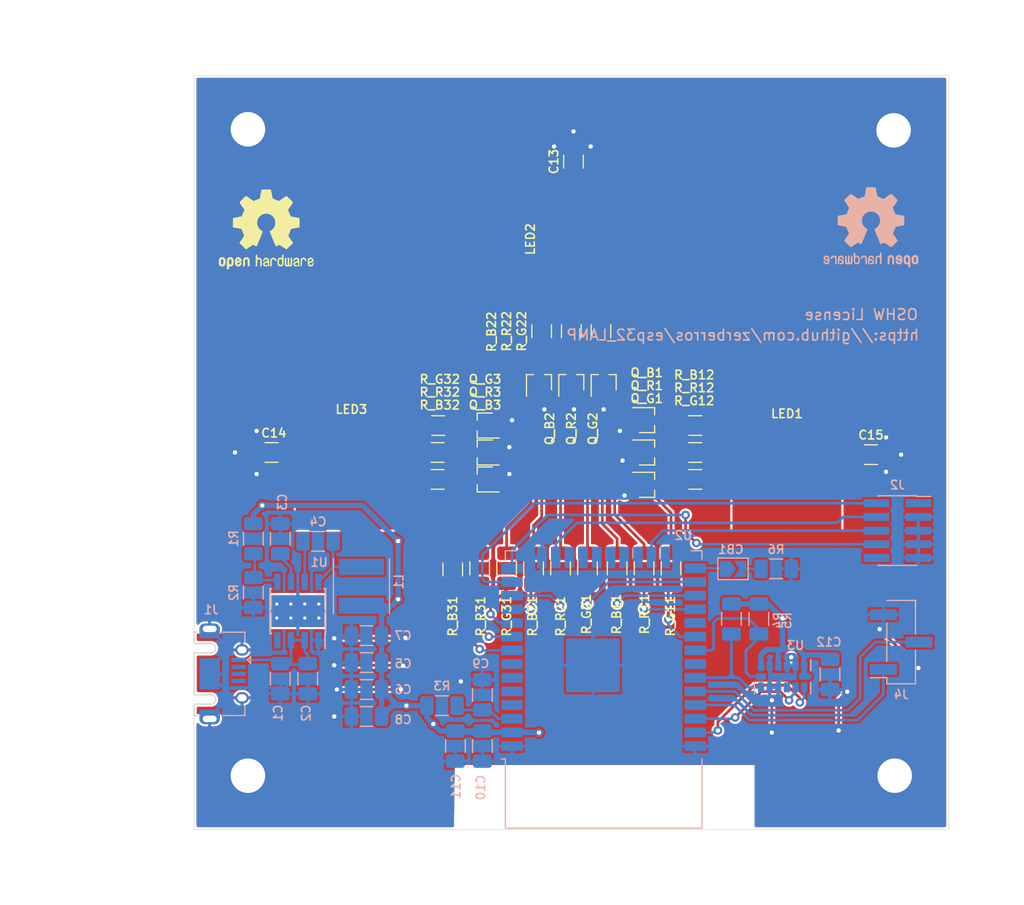
<source format=kicad_pcb>
(kicad_pcb (version 20171130) (host pcbnew 5.1.6)
  (layers (0 F.Cu signal) (31 B.Cu signal) (34 B.Paste user) (35 F.Paste user) (36 B.SilkS user) (37 F.SilkS user) (38 B.Mask user) (39 F.Mask user) (44 Edge.Cuts user))
  (net 0 "")
  (net 1 GND)
  (net 2 "Net-(U1-Pad4)")
  (net 3 MTDI)
  (net 4 MTDO)
  (net 5 MTCK)
  (net 6 MTMS)
  (net 7 "Net-(CB1-Pad1)")
  (net 8 "Net-(C4-Pad1)")
  (net 9 VIN)
  (net 10 "Net-(C3-Pad1)")
  (net 11 "Net-(C4-Pad2)")
  (net 12 "Net-(R1-Pad2)")
  (net 13 "Net-(U2-Pad32)")
  (net 14 "Net-(U2-Pad29)")
  (net 15 "Net-(U2-Pad24)")
  (net 16 "Net-(U2-Pad22)")
  (net 17 "Net-(U2-Pad21)")
  (net 18 "Net-(U2-Pad20)")
  (net 19 "Net-(U2-Pad19)")
  (net 20 "Net-(U2-Pad18)")
  (net 21 "Net-(U2-Pad17)")
  (net 22 "Net-(U2-Pad7)")
  (net 23 "Net-(U2-Pad6)")
  (net 24 "Net-(U2-Pad5)")
  (net 25 "Net-(U2-Pad4)")
  (net 26 3V3)
  (net 27 "Net-(J4-Pad1)")
  (net 28 "Net-(J4-Pad2)")
  (net 29 SCL)
  (net 30 SDA)
  (net 31 INT2)
  (net 32 INT1)
  (net 33 "Net-(C9-Pad2)")
  (net 34 "Net-(J1-Pad2)")
  (net 35 "Net-(J1-Pad3)")
  (net 36 "Net-(J1-Pad4)")
  (net 37 "Net-(J2-Pad10)")
  (net 38 +3V3)
  (net 39 "Net-(Q_B1-Pad3)")
  (net 40 "Net-(Q_B1-Pad1)")
  (net 41 "Net-(Q_B2-Pad3)")
  (net 42 "Net-(Q_B2-Pad1)")
  (net 43 "Net-(Q_G1-Pad3)")
  (net 44 "Net-(Q_G1-Pad1)")
  (net 45 "Net-(Q_G2-Pad3)")
  (net 46 "Net-(Q_G2-Pad1)")
  (net 47 "Net-(Q_R1-Pad3)")
  (net 48 "Net-(Q_R1-Pad1)")
  (net 49 "Net-(Q_R2-Pad3)")
  (net 50 "Net-(Q_R2-Pad1)")
  (net 51 LED_B3)
  (net 52 LED_R3)
  (net 53 LED_G3)
  (net 54 LED_B1)
  (net 55 LED_B2)
  (net 56 LED_G1)
  (net 57 LED_G2)
  (net 58 LED_R1)
  (net 59 LED_R2)
  (net 60 "Net-(U3-Pad10)")
  (net 61 "Net-(CB1-Pad2)")
  (net 62 "Net-(Q_B3-Pad3)")
  (net 63 "Net-(Q_B3-Pad1)")
  (net 64 "Net-(Q_G3-Pad3)")
  (net 65 "Net-(Q_G3-Pad1)")
  (net 66 "Net-(Q_R3-Pad3)")
  (net 67 "Net-(Q_R3-Pad1)")
  (net 68 "Net-(LED1-Pad1)")
  (net 69 "Net-(LED1-Pad2)")
  (net 70 "Net-(LED1-Pad3)")
  (net 71 "Net-(LED2-Pad1)")
  (net 72 "Net-(LED2-Pad2)")
  (net 73 "Net-(LED2-Pad3)")
  (net 74 "Net-(LED3-Pad1)")
  (net 75 "Net-(LED3-Pad2)")
  (net 76 "Net-(LED3-Pad3)")
  (module Symbol:OSHW-Logo2_9.8x8mm_SilkScreen (layer B.Cu) (at 182.8 89.1 180)
    (fp_text reference REF** hide)
    (fp_text value OSHW-Logo2_9.8x8mm_SilkScreen hide)
  )
  (module Symbol:OSHW-Logo2_9.8x8mm_SilkScreen (layer F.Cu) (at 126.7 89.3)
    (fp_text reference REF** hide)
    (fp_text value OSHW-Logo2_9.8x8mm_SilkScreen hide)
  )
  (module MountingHole:MountingHole_3.2mm_M3_ISO7380 (layer F.Cu) (at 125 80)
    (fp_text reference H4 hide)
    (fp_text value MountingHole)
    (pad "" np_thru_hole circle (at 0 0) (size 3.2 3.2) (drill 3.2) (layers *.Cu *.Mask))
  )
  (module MountingHole:MountingHole_3.2mm_M3_ISO7380 (layer F.Cu) (at 184.9 80.1)
    (fp_text reference H3 hide)
    (fp_text value MountingHole)
    (pad 1 np_thru_hole circle (at 0 0) (size 3.2 3.2) (drill 3.2) (layers *.Cu *.Mask))
  )
  (module MountingHole:MountingHole_3.2mm_M3_ISO7380 (layer F.Cu) (at 185 140)
    (fp_text reference H2 hide)
    (fp_text value MountingHole)
    (pad "" np_thru_hole circle (at 0 0) (size 3.2 3.2) (drill 3.2) (layers *.Cu *.Mask))
  )
  (module MountingHole:MountingHole_3.2mm_M3_ISO7380 (layer F.Cu) (at 125 140)
    (fp_text reference H1 hide)
    (fp_text value MountingHole)
    (pad 1 np_thru_hole circle (at 0 0) (size 3.2 3.2) (drill 3.2) (layers *.Cu *.Mask))
  )
  (module Capacitor_SMD:C_1206_3216Metric (layer F.Cu) (at 182.8 110.2)
    (fp_text reference C15 (at 0 -1.82) (layer F.SilkS) (effects (font (size 0.8 0.8))))
    (fp_text value 1uF)
    (pad 2 smd roundrect (at 1.4 0) (size 1.25 1.75) (layers F.Cu F.Paste F.Mask) (roundrect_rratio 0.2) (net 1 GND))
    (pad 1 smd roundrect (at -1.4 0) (size 1.25 1.75) (layers F.Cu F.Paste F.Mask) (roundrect_rratio 0.2) (net 26 3V3))
  )
  (module Capacitor_SMD:C_1206_3216Metric (layer F.Cu) (at 127.2 110 180)
    (fp_text reference C14 (at -0.2 1.8) (layer F.SilkS) (effects (font (size 0.8 0.8))))
    (fp_text value 1uF)
    (pad 2 smd roundrect (at 1.4 0 180) (size 1.25 1.75) (layers F.Cu F.Paste F.Mask) (roundrect_rratio 0.2) (net 1 GND))
    (pad 1 smd roundrect (at -1.4 0 180) (size 1.25 1.75) (layers F.Cu F.Paste F.Mask) (roundrect_rratio 0.2) (net 26 3V3))
  )
  (module Capacitor_SMD:C_1206_3216Metric (layer F.Cu) (at 155.2 83 90)
    (fp_text reference C13 (at 0 -1.82 90) (layer F.SilkS) (effects (font (size 0.8 0.8))))
    (fp_text value 1uF)
    (pad 2 smd roundrect (at 1.4 0 90) (size 1.25 1.75) (layers F.Cu F.Paste F.Mask) (roundrect_rratio 0.2) (net 1 GND))
    (pad 1 smd roundrect (at -1.4 0 90) (size 1.25 1.75) (layers F.Cu F.Paste F.Mask) (roundrect_rratio 0.2) (net 26 3V3))
  )
  (module Resistor_SMD:R_1206_3216Metric (layer B.Cu) (at 174 120.8)
    (fp_text reference R6 (at 0 -1.8) (layer B.SilkS) (effects (font (size 0.8 0.8)) (justify mirror)))
    (fp_text value 10k)
    (pad 2 smd roundrect (at 1.4 0) (size 1.25 1.75) (layers B.Cu B.Paste B.Mask) (roundrect_rratio 0.2) (net 1 GND))
    (pad 1 smd roundrect (at -1.4 0) (size 1.25 1.75) (layers B.Cu B.Paste B.Mask) (roundrect_rratio 0.2) (net 61 "Net-(CB1-Pad2)"))
  )
  (module Connector_PinHeader_2.54mm:PinHeader_1x03_P2.54mm_Vertical_SMD_Pin1Left (layer B.Cu) (at 185.6 127.6)
    (fp_text reference J4 (at 0 4.87) (layer B.SilkS) (effects (font (size 0.8 0.8)) (justify mirror)))
    (fp_text value Conn_01x03)
    (pad 2 smd rect (at 1.655 0) (size 2.51 1) (layers B.Cu B.Paste B.Mask) (net 28 "Net-(J4-Pad2)"))
    (pad 3 smd rect (at -1.655 -2.54) (size 2.51 1) (layers B.Cu B.Paste B.Mask) (net 1 GND))
    (pad 1 smd rect (at -1.655 2.54) (size 2.51 1) (layers B.Cu B.Paste B.Mask) (net 27 "Net-(J4-Pad1)"))
  )
  (module Capacitor_SMD:C_1206_3216Metric (layer B.Cu) (at 179 130.6 270)
    (fp_text reference C12 (at -3 0.1) (layer B.SilkS) (effects (font (size 0.8 0.8)) (justify mirror)))
    (fp_text value 100nF)
    (pad 2 smd roundrect (at 1.4 0 270) (size 1.25 1.75) (layers B.Cu B.Paste B.Mask) (roundrect_rratio 0.2) (net 1 GND))
    (pad 1 smd roundrect (at -1.4 0 270) (size 1.25 1.75) (layers B.Cu B.Paste B.Mask) (roundrect_rratio 0.2) (net 26 3V3))
  )
  (module RF_Module:ESP32-WROOM-32 (layer B.Cu) (at 158 129)
    (fp_text reference U2 (at 7.4 -11.3) (layer B.SilkS) (effects (font (size 0.8 0.8)) (justify mirror)))
    (fp_text value ESP32-WROOM-32D)
    (pad 38 smd rect (at 8.5 8.255) (size 2 0.9) (layers B.Cu B.Paste B.Mask) (net 1 GND))
    (pad 37 smd rect (at 8.5 6.985) (size 2 0.9) (layers B.Cu B.Paste B.Mask) (net 32 INT1))
    (pad 36 smd rect (at 8.5 5.715) (size 2 0.9) (layers B.Cu B.Paste B.Mask) (net 31 INT2))
    (pad 35 smd rect (at 8.5 4.445) (size 2 0.9) (layers B.Cu B.Paste B.Mask) (net 27 "Net-(J4-Pad1)"))
    (pad 34 smd rect (at 8.5 3.175) (size 2 0.9) (layers B.Cu B.Paste B.Mask) (net 28 "Net-(J4-Pad2)"))
    (pad 33 smd rect (at 8.5 1.905) (size 2 0.9) (layers B.Cu B.Paste B.Mask) (net 30 SDA))
    (pad 32 smd rect (at 8.5 0.635) (size 2 0.9) (layers B.Cu B.Paste B.Mask) (net 13 "Net-(U2-Pad32)"))
    (pad 31 smd rect (at 8.5 -0.635) (size 2 0.9) (layers B.Cu B.Paste B.Mask) (net 29 SCL))
    (pad 30 smd rect (at 8.5 -1.905) (size 2 0.9) (layers B.Cu B.Paste B.Mask) (net 56 LED_G1))
    (pad 29 smd rect (at 8.5 -3.175) (size 2 0.9) (layers B.Cu B.Paste B.Mask) (net 14 "Net-(U2-Pad29)"))
    (pad 28 smd rect (at 8.5 -4.445) (size 2 0.9) (layers B.Cu B.Paste B.Mask) (net 58 LED_R1))
    (pad 27 smd rect (at 8.5 -5.715) (size 2 0.9) (layers B.Cu B.Paste B.Mask) (net 54 LED_B1))
    (pad 26 smd rect (at 8.5 -6.985) (size 2 0.9) (layers B.Cu B.Paste B.Mask) (net 57 LED_G2))
    (pad 25 smd rect (at 8.5 -8.255) (size 2 0.9) (layers B.Cu B.Paste B.Mask) (net 7 "Net-(CB1-Pad1)"))
    (pad 24 smd rect (at 5.715 -9.255 270) (size 2 0.9) (layers B.Cu B.Paste B.Mask) (net 15 "Net-(U2-Pad24)"))
    (pad 23 smd rect (at 4.445 -9.255 270) (size 2 0.9) (layers B.Cu B.Paste B.Mask) (net 4 MTDO))
    (pad 22 smd rect (at 3.175 -9.255 270) (size 2 0.9) (layers B.Cu B.Paste B.Mask) (net 16 "Net-(U2-Pad22)"))
    (pad 21 smd rect (at 1.905 -9.255 270) (size 2 0.9) (layers B.Cu B.Paste B.Mask) (net 17 "Net-(U2-Pad21)"))
    (pad 20 smd rect (at 0.635 -9.255 270) (size 2 0.9) (layers B.Cu B.Paste B.Mask) (net 18 "Net-(U2-Pad20)"))
    (pad 19 smd rect (at -0.635 -9.255 270) (size 2 0.9) (layers B.Cu B.Paste B.Mask) (net 19 "Net-(U2-Pad19)"))
    (pad 18 smd rect (at -1.905 -9.255 270) (size 2 0.9) (layers B.Cu B.Paste B.Mask) (net 20 "Net-(U2-Pad18)"))
    (pad 17 smd rect (at -3.175 -9.255 270) (size 2 0.9) (layers B.Cu B.Paste B.Mask) (net 21 "Net-(U2-Pad17)"))
    (pad 16 smd rect (at -4.445 -9.255 270) (size 2 0.9) (layers B.Cu B.Paste B.Mask) (net 5 MTCK))
    (pad 15 smd rect (at -5.715 -9.255 270) (size 2 0.9) (layers B.Cu B.Paste B.Mask) (net 1 GND))
    (pad 14 smd rect (at -8.5 -8.255) (size 2 0.9) (layers B.Cu B.Paste B.Mask) (net 3 MTDI))
    (pad 13 smd rect (at -8.5 -6.985) (size 2 0.9) (layers B.Cu B.Paste B.Mask) (net 6 MTMS))
    (pad 12 smd rect (at -8.5 -5.715) (size 2 0.9) (layers B.Cu B.Paste B.Mask) (net 59 LED_R2))
    (pad 11 smd rect (at -8.5 -4.445) (size 2 0.9) (layers B.Cu B.Paste B.Mask) (net 55 LED_B2))
    (pad 10 smd rect (at -8.5 -3.175) (size 2 0.9) (layers B.Cu B.Paste B.Mask) (net 53 LED_G3))
    (pad 9 smd rect (at -8.5 -1.905) (size 2 0.9) (layers B.Cu B.Paste B.Mask) (net 52 LED_R3))
    (pad 8 smd rect (at -8.5 -0.635) (size 2 0.9) (layers B.Cu B.Paste B.Mask) (net 51 LED_B3))
    (pad 7 smd rect (at -8.5 0.635) (size 2 0.9) (layers B.Cu B.Paste B.Mask) (net 22 "Net-(U2-Pad7)"))
    (pad 6 smd rect (at -8.5 1.905) (size 2 0.9) (layers B.Cu B.Paste B.Mask) (net 23 "Net-(U2-Pad6)"))
    (pad 5 smd rect (at -8.5 3.175) (size 2 0.9) (layers B.Cu B.Paste B.Mask) (net 24 "Net-(U2-Pad5)"))
    (pad 4 smd rect (at -8.5 4.445) (size 2 0.9) (layers B.Cu B.Paste B.Mask) (net 25 "Net-(U2-Pad4)"))
    (pad 3 smd rect (at -8.5 5.715) (size 2 0.9) (layers B.Cu B.Paste B.Mask) (net 33 "Net-(C9-Pad2)"))
    (pad 2 smd rect (at -8.5 6.985) (size 2 0.9) (layers B.Cu B.Paste B.Mask) (net 26 3V3))
    (pad 1 smd rect (at -8.5 8.255) (size 2 0.9) (layers B.Cu B.Paste B.Mask) (net 1 GND))
    (pad 39 smd rect (at -1 0.755) (size 5 5) (layers B.Cu B.Paste B.Mask) (net 1 GND))
  )
  (module Capacitor_SMD:C_1206_3216Metric (layer B.Cu) (at 136 127 180)
    (fp_text reference C7 (at -3.4 0) (layer B.SilkS) (effects (font (size 0.8 0.8)) (justify mirror)))
    (fp_text value 22uF)
    (pad 2 smd roundrect (at 1.4 0 180) (size 1.25 1.75) (layers B.Cu B.Paste B.Mask) (roundrect_rratio 0.2) (net 1 GND))
    (pad 1 smd roundrect (at -1.4 0 180) (size 1.25 1.75) (layers B.Cu B.Paste B.Mask) (roundrect_rratio 0.2) (net 26 3V3))
  )
  (module ESP32_lamp:kinbright-AAAF5051-05 (layer F.Cu) (at 134.5 110)
    (fp_text reference LED3 (at 0.1 -4) (layer F.SilkS) (effects (font (size 0.8 0.8))))
    (fp_text value AAAF5051-05)
    (pad 7 smd custom (at 0 0) (size 2.2 1) (layers F.Cu F.Mask) (net 26 3V3) (options (clearance outline) (anchor rect)) (primitives (gr_poly (pts (xy 5 -3.1) (xy 1.5 -3.1) (xy 1.5 3.1) (xy 5 3.1) (xy 5 7.1) (xy -5 7.1) (xy -5 3.1) (xy -1.5 3.1) (xy -1.5 -3.1) (xy -5 -3.1) (xy -5 -7.1) (xy 5 -7.1)) (width 0.1))))
    (pad 1 smd rect (at 3.1 1.6) (size 2.2 1) (layers F.Cu F.Paste F.Mask) (net 74 "Net-(LED3-Pad1)"))
    (pad 2 smd rect (at 3.1 0) (size 2.2 1) (layers F.Cu F.Paste F.Mask) (net 75 "Net-(LED3-Pad2)"))
    (pad 3 smd rect (at 3.1 -1.6) (size 2.2 1) (layers F.Cu F.Paste F.Mask) (net 76 "Net-(LED3-Pad3)"))
    (pad 4 smd rect (at -3.1 -1.6) (size 2.2 1) (layers F.Cu F.Paste F.Mask) (net 26 3V3))
    (pad 5 smd rect (at -3.1 0) (size 2.2 1) (layers F.Cu F.Paste F.Mask) (net 26 3V3))
    (pad 6 smd rect (at -3.1 1.6) (size 2.2 1) (layers F.Cu F.Paste F.Mask) (net 26 3V3))
  )
  (module ESP32_lamp:kinbright-AAAF5051-05 (layer F.Cu) (at 155 90.5 270)
    (fp_text reference LED2 (at -0.3 3.8 270) (layer F.SilkS) (effects (font (size 0.8 0.8))))
    (fp_text value AAAF5051-05)
    (pad 7 smd custom (at 0 0 270) (size 2.2 1) (layers F.Cu F.Mask) (net 26 3V3) (options (clearance outline) (anchor rect)) (primitives (gr_poly (pts (xy 5 -3.1) (xy 1.5 -3.1) (xy 1.5 3.1) (xy 5 3.1) (xy 5 7.1) (xy -5 7.1) (xy -5 3.1) (xy -1.5 3.1) (xy -1.5 -3.1) (xy -5 -3.1) (xy -5 -7.1) (xy 5 -7.1)) (width 0.1))))
    (pad 1 smd rect (at 3.1 1.6 270) (size 2.2 1) (layers F.Cu F.Paste F.Mask) (net 71 "Net-(LED2-Pad1)"))
    (pad 2 smd rect (at 3.1 0 270) (size 2.2 1) (layers F.Cu F.Paste F.Mask) (net 72 "Net-(LED2-Pad2)"))
    (pad 3 smd rect (at 3.1 -1.6 270) (size 2.2 1) (layers F.Cu F.Paste F.Mask) (net 73 "Net-(LED2-Pad3)"))
    (pad 4 smd rect (at -3.1 -1.6 270) (size 2.2 1) (layers F.Cu F.Paste F.Mask) (net 26 3V3))
    (pad 5 smd rect (at -3.1 0 270) (size 2.2 1) (layers F.Cu F.Paste F.Mask) (net 26 3V3))
    (pad 6 smd rect (at -3.1 1.6 270) (size 2.2 1) (layers F.Cu F.Paste F.Mask) (net 26 3V3))
  )
  (module ESP32_lamp:kinbright-AAAF5051-05 (layer F.Cu) (at 175 110 180)
    (fp_text reference LED1 (at 0 3.6) (layer F.SilkS) (effects (font (size 0.8 0.8))))
    (fp_text value AAAF5051-05)
    (pad 7 smd custom (at 0 0 180) (size 2.2 1) (layers F.Cu F.Mask) (net 26 3V3) (options (clearance outline) (anchor rect)) (primitives (gr_poly (pts (xy 5 -3.1) (xy 1.5 -3.1) (xy 1.5 3.1) (xy 5 3.1) (xy 5 7.1) (xy -5 7.1) (xy -5 3.1) (xy -1.5 3.1) (xy -1.5 -3.1) (xy -5 -3.1) (xy -5 -7.1) (xy 5 -7.1)) (width 0.1))))
    (pad 1 smd rect (at 3.1 1.6 180) (size 2.2 1) (layers F.Cu F.Paste F.Mask) (net 68 "Net-(LED1-Pad1)"))
    (pad 2 smd rect (at 3.1 0 180) (size 2.2 1) (layers F.Cu F.Paste F.Mask) (net 69 "Net-(LED1-Pad2)"))
    (pad 3 smd rect (at 3.1 -1.6 180) (size 2.2 1) (layers F.Cu F.Paste F.Mask) (net 70 "Net-(LED1-Pad3)"))
    (pad 4 smd rect (at -3.1 -1.6 180) (size 2.2 1) (layers F.Cu F.Paste F.Mask) (net 26 3V3))
    (pad 5 smd rect (at -3.1 0 180) (size 2.2 1) (layers F.Cu F.Paste F.Mask) (net 26 3V3))
    (pad 6 smd rect (at -3.1 1.6 180) (size 2.2 1) (layers F.Cu F.Paste F.Mask) (net 26 3V3))
  )
  (module Resistor_SMD:R_1206_3216Metric (layer F.Cu) (at 155 98.75 90)
    (fp_text reference R_R22 (at 0 -6 90) (layer F.SilkS) (effects (font (size 0.8 0.8))))
    (fp_text value 6.8R)
    (pad 2 smd roundrect (at 1.4 0 90) (size 1.25 1.75) (layers F.Cu F.Paste F.Mask) (roundrect_rratio 0.2) (net 72 "Net-(LED2-Pad2)"))
    (pad 1 smd roundrect (at -1.4 0 90) (size 1.25 1.75) (layers F.Cu F.Paste F.Mask) (roundrect_rratio 0.2) (net 49 "Net-(Q_R2-Pad3)"))
  )
  (module Resistor_SMD:R_1206_3216Metric (layer F.Cu) (at 154 120.75 270)
    (fp_text reference R_R21 (at 4.45 0 90) (layer F.SilkS) (effects (font (size 0.8 0.8))))
    (fp_text value 220R)
    (pad 2 smd roundrect (at 1.4 0 270) (size 1.25 1.75) (layers F.Cu F.Paste F.Mask) (roundrect_rratio 0.2) (net 59 LED_R2))
    (pad 1 smd roundrect (at -1.4 0 270) (size 1.25 1.75) (layers F.Cu F.Paste F.Mask) (roundrect_rratio 0.2) (net 50 "Net-(Q_R2-Pad1)"))
  )
  (module Resistor_SMD:R_1206_3216Metric (layer F.Cu) (at 166.5 110)
    (fp_text reference R_R12 (at -0.1 -6) (layer F.SilkS) (effects (font (size 0.8 0.8))))
    (fp_text value 6.8R)
    (pad 2 smd roundrect (at 1.4 0) (size 1.25 1.75) (layers F.Cu F.Paste F.Mask) (roundrect_rratio 0.2) (net 69 "Net-(LED1-Pad2)"))
    (pad 1 smd roundrect (at -1.4 0) (size 1.25 1.75) (layers F.Cu F.Paste F.Mask) (roundrect_rratio 0.2) (net 47 "Net-(Q_R1-Pad3)"))
  )
  (module Resistor_SMD:R_1206_3216Metric (layer F.Cu) (at 161.75 120.75 270)
    (fp_text reference R_R11 (at 4.25 -0.05 90) (layer F.SilkS) (effects (font (size 0.8 0.8))))
    (fp_text value 220R)
    (pad 2 smd roundrect (at 1.4 0 270) (size 1.25 1.75) (layers F.Cu F.Paste F.Mask) (roundrect_rratio 0.2) (net 58 LED_R1))
    (pad 1 smd roundrect (at -1.4 0 270) (size 1.25 1.75) (layers F.Cu F.Paste F.Mask) (roundrect_rratio 0.2) (net 48 "Net-(Q_R1-Pad1)"))
  )
  (module Resistor_SMD:R_1206_3216Metric (layer F.Cu) (at 157.75 98.75 90)
    (fp_text reference R_G22 (at 0 -7.35 90) (layer F.SilkS) (effects (font (size 0.8 0.8))))
    (fp_text value 0R)
    (pad 2 smd roundrect (at 1.4 0 90) (size 1.25 1.75) (layers F.Cu F.Paste F.Mask) (roundrect_rratio 0.2) (net 73 "Net-(LED2-Pad3)"))
    (pad 1 smd roundrect (at -1.4 0 90) (size 1.25 1.75) (layers F.Cu F.Paste F.Mask) (roundrect_rratio 0.2) (net 45 "Net-(Q_G2-Pad3)"))
  )
  (module Resistor_SMD:R_1206_3216Metric (layer F.Cu) (at 156.5 120.75 270)
    (fp_text reference R_G21 (at 4.25 0.1 90) (layer F.SilkS) (effects (font (size 0.8 0.8))))
    (fp_text value 220R)
    (pad 2 smd roundrect (at 1.4 0 270) (size 1.25 1.75) (layers F.Cu F.Paste F.Mask) (roundrect_rratio 0.2) (net 57 LED_G2))
    (pad 1 smd roundrect (at -1.4 0 270) (size 1.25 1.75) (layers F.Cu F.Paste F.Mask) (roundrect_rratio 0.2) (net 46 "Net-(Q_G2-Pad1)"))
  )
  (module Resistor_SMD:R_1206_3216Metric (layer F.Cu) (at 166.5 112.5)
    (fp_text reference R_G12 (at -0.1 -7.3) (layer F.SilkS) (effects (font (size 0.8 0.8))))
    (fp_text value 0R)
    (pad 2 smd roundrect (at 1.4 0) (size 1.25 1.75) (layers F.Cu F.Paste F.Mask) (roundrect_rratio 0.2) (net 70 "Net-(LED1-Pad3)"))
    (pad 1 smd roundrect (at -1.4 0) (size 1.25 1.75) (layers F.Cu F.Paste F.Mask) (roundrect_rratio 0.2) (net 43 "Net-(Q_G1-Pad3)"))
  )
  (module Resistor_SMD:R_1206_3216Metric (layer F.Cu) (at 164.25 120.75 270)
    (fp_text reference R_G11 (at 4.45 0.05 90) (layer F.SilkS) (effects (font (size 0.8 0.8))))
    (fp_text value 220R)
    (pad 2 smd roundrect (at 1.4 0 270) (size 1.25 1.75) (layers F.Cu F.Paste F.Mask) (roundrect_rratio 0.2) (net 56 LED_G1))
    (pad 1 smd roundrect (at -1.4 0 270) (size 1.25 1.75) (layers F.Cu F.Paste F.Mask) (roundrect_rratio 0.2) (net 44 "Net-(Q_G1-Pad1)"))
  )
  (module Resistor_SMD:R_1206_3216Metric (layer F.Cu) (at 152.25 98.75 90)
    (fp_text reference R_B22 (at -0.05 -4.65 90) (layer F.SilkS) (effects (font (size 0.8 0.8))))
    (fp_text value 0R)
    (pad 2 smd roundrect (at 1.4 0 90) (size 1.25 1.75) (layers F.Cu F.Paste F.Mask) (roundrect_rratio 0.2) (net 71 "Net-(LED2-Pad1)"))
    (pad 1 smd roundrect (at -1.4 0 90) (size 1.25 1.75) (layers F.Cu F.Paste F.Mask) (roundrect_rratio 0.2) (net 41 "Net-(Q_B2-Pad3)"))
  )
  (module Resistor_SMD:R_1206_3216Metric (layer F.Cu) (at 151.5 120.75 270)
    (fp_text reference R_B21 (at 4.45 0.1 90) (layer F.SilkS) (effects (font (size 0.8 0.8))))
    (fp_text value 220R)
    (pad 2 smd roundrect (at 1.4 0 270) (size 1.25 1.75) (layers F.Cu F.Paste F.Mask) (roundrect_rratio 0.2) (net 55 LED_B2))
    (pad 1 smd roundrect (at -1.4 0 270) (size 1.25 1.75) (layers F.Cu F.Paste F.Mask) (roundrect_rratio 0.2) (net 42 "Net-(Q_B2-Pad1)"))
  )
  (module Resistor_SMD:R_1206_3216Metric (layer F.Cu) (at 166.5 107.5)
    (fp_text reference R_B12 (at -0.1 -4.7) (layer F.SilkS) (effects (font (size 0.8 0.8))))
    (fp_text value 0R)
    (pad 2 smd roundrect (at 1.4 0) (size 1.25 1.75) (layers F.Cu F.Paste F.Mask) (roundrect_rratio 0.2) (net 68 "Net-(LED1-Pad1)"))
    (pad 1 smd roundrect (at -1.4 0) (size 1.25 1.75) (layers F.Cu F.Paste F.Mask) (roundrect_rratio 0.2) (net 39 "Net-(Q_B1-Pad3)"))
  )
  (module Resistor_SMD:R_1206_3216Metric (layer F.Cu) (at 159.25 120.75 270)
    (fp_text reference R_B11 (at 4.25 0.05 90) (layer F.SilkS) (effects (font (size 0.8 0.8))))
    (fp_text value 220R)
    (pad 2 smd roundrect (at 1.4 0 270) (size 1.25 1.75) (layers F.Cu F.Paste F.Mask) (roundrect_rratio 0.2) (net 54 LED_B1))
    (pad 1 smd roundrect (at -1.4 0 270) (size 1.25 1.75) (layers F.Cu F.Paste F.Mask) (roundrect_rratio 0.2) (net 40 "Net-(Q_B1-Pad1)"))
  )
  (module Resistor_SMD:R_1206_3216Metric (layer F.Cu) (at 142.65 107.5 180)
    (fp_text reference R_G32 (at -0.15 4.3) (layer F.SilkS) (effects (font (size 0.8 0.8))))
    (fp_text value 0R)
    (pad 2 smd roundrect (at 1.4 0 180) (size 1.25 1.75) (layers F.Cu F.Paste F.Mask) (roundrect_rratio 0.2) (net 76 "Net-(LED3-Pad3)"))
    (pad 1 smd roundrect (at -1.4 0 180) (size 1.25 1.75) (layers F.Cu F.Paste F.Mask) (roundrect_rratio 0.2) (net 64 "Net-(Q_G3-Pad3)"))
  )
  (module Resistor_SMD:R_1206_3216Metric (layer F.Cu) (at 142.6 110 180)
    (fp_text reference R_R32 (at -0.2 5.6) (layer F.SilkS) (effects (font (size 0.8 0.8))))
    (fp_text value 6.8R)
    (pad 2 smd roundrect (at 1.4 0 180) (size 1.25 1.75) (layers F.Cu F.Paste F.Mask) (roundrect_rratio 0.2) (net 75 "Net-(LED3-Pad2)"))
    (pad 1 smd roundrect (at -1.4 0 180) (size 1.25 1.75) (layers F.Cu F.Paste F.Mask) (roundrect_rratio 0.2) (net 66 "Net-(Q_R3-Pad3)"))
  )
  (module Resistor_SMD:R_1206_3216Metric (layer F.Cu) (at 142.6 112.5 180)
    (fp_text reference R_B32 (at -0.2 6.9) (layer F.SilkS) (effects (font (size 0.8 0.8))))
    (fp_text value 0R)
    (pad 2 smd roundrect (at 1.4 0 180) (size 1.25 1.75) (layers F.Cu F.Paste F.Mask) (roundrect_rratio 0.2) (net 74 "Net-(LED3-Pad1)"))
    (pad 1 smd roundrect (at -1.4 0 180) (size 1.25 1.75) (layers F.Cu F.Paste F.Mask) (roundrect_rratio 0.2) (net 62 "Net-(Q_B3-Pad3)"))
  )
  (module Resistor_SMD:R_1206_3216Metric (layer F.Cu) (at 149 120.75 270)
    (fp_text reference R_G31 (at 4.45 0 90) (layer F.SilkS) (effects (font (size 0.8 0.8))))
    (fp_text value 220R)
    (pad 2 smd roundrect (at 1.4 0 270) (size 1.25 1.75) (layers F.Cu F.Paste F.Mask) (roundrect_rratio 0.2) (net 53 LED_G3))
    (pad 1 smd roundrect (at -1.4 0 270) (size 1.25 1.75) (layers F.Cu F.Paste F.Mask) (roundrect_rratio 0.2) (net 65 "Net-(Q_G3-Pad1)"))
  )
  (module Resistor_SMD:R_1206_3216Metric (layer F.Cu) (at 146.5 120.75 270)
    (fp_text reference R_R31 (at 4.45 -0.1 90) (layer F.SilkS) (effects (font (size 0.8 0.8))))
    (fp_text value 220R)
    (pad 2 smd roundrect (at 1.4 0 270) (size 1.25 1.75) (layers F.Cu F.Paste F.Mask) (roundrect_rratio 0.2) (net 52 LED_R3))
    (pad 1 smd roundrect (at -1.4 0 270) (size 1.25 1.75) (layers F.Cu F.Paste F.Mask) (roundrect_rratio 0.2) (net 67 "Net-(Q_R3-Pad1)"))
  )
  (module Resistor_SMD:R_1206_3216Metric (layer F.Cu) (at 144 120.85 270)
    (fp_text reference R_B31 (at 4.35 0 90) (layer F.SilkS) (effects (font (size 0.8 0.8))))
    (fp_text value 220R)
    (pad 2 smd roundrect (at 1.4 0 270) (size 1.25 1.75) (layers F.Cu F.Paste F.Mask) (roundrect_rratio 0.2) (net 51 LED_B3))
    (pad 1 smd roundrect (at -1.4 0 270) (size 1.25 1.75) (layers F.Cu F.Paste F.Mask) (roundrect_rratio 0.2) (net 63 "Net-(Q_B3-Pad1)"))
  )
  (module Resistor_SMD:R_1206_3216Metric (layer B.Cu) (at 172.4 125.45 90)
    (fp_text reference R5 (at -0.15 2.6 90) (layer B.SilkS) (effects (font (size 0.8 0.8)) (justify mirror)))
    (fp_text value 10k)
    (pad 2 smd roundrect (at 1.4 0 90) (size 1.25 1.75) (layers B.Cu B.Paste B.Mask) (roundrect_rratio 0.2) (net 26 3V3))
    (pad 1 smd roundrect (at -1.4 0 90) (size 1.25 1.75) (layers B.Cu B.Paste B.Mask) (roundrect_rratio 0.2) (net 29 SCL))
  )
  (module Resistor_SMD:R_1206_3216Metric (layer B.Cu) (at 169.85 125.45 90)
    (fp_text reference R4 (at -0.15 4.35 90) (layer B.SilkS) (effects (font (size 0.8 0.8)) (justify mirror)))
    (fp_text value 10k)
    (pad 2 smd roundrect (at 1.4 0 90) (size 1.25 1.75) (layers B.Cu B.Paste B.Mask) (roundrect_rratio 0.2) (net 26 3V3))
    (pad 1 smd roundrect (at -1.4 0 90) (size 1.25 1.75) (layers B.Cu B.Paste B.Mask) (roundrect_rratio 0.2) (net 30 SDA))
  )
  (module Package_TO_SOT_SMD:SOT-323_SC-70 (layer F.Cu) (at 155 103.5 90)
    (fp_text reference Q_R2 (at -4.3 0 270) (layer F.SilkS) (effects (font (size 0.8 0.8))))
    (fp_text value BSS214NW)
    (pad 3 smd rect (at 1 0) (size 0.45 0.7) (layers F.Cu F.Paste F.Mask) (net 49 "Net-(Q_R2-Pad3)"))
    (pad 2 smd rect (at -1 0.65) (size 0.45 0.7) (layers F.Cu F.Paste F.Mask) (net 1 GND))
    (pad 1 smd rect (at -1 -0.65) (size 0.45 0.7) (layers F.Cu F.Paste F.Mask) (net 50 "Net-(Q_R2-Pad1)"))
  )
  (module Package_TO_SOT_SMD:SOT-323_SC-70 (layer F.Cu) (at 162 110)
    (fp_text reference Q_R1 (at 0 -6.2) (layer F.SilkS) (effects (font (size 0.8 0.8))))
    (fp_text value BSS214NW)
    (pad 3 smd rect (at 1 0 270) (size 0.45 0.7) (layers F.Cu F.Paste F.Mask) (net 47 "Net-(Q_R1-Pad3)"))
    (pad 2 smd rect (at -1 0.65 270) (size 0.45 0.7) (layers F.Cu F.Paste F.Mask) (net 1 GND))
    (pad 1 smd rect (at -1 -0.65 270) (size 0.45 0.7) (layers F.Cu F.Paste F.Mask) (net 48 "Net-(Q_R1-Pad1)"))
  )
  (module Package_TO_SOT_SMD:SOT-323_SC-70 (layer F.Cu) (at 158 103.5 90)
    (fp_text reference Q_G2 (at -4.3 -1 270) (layer F.SilkS) (effects (font (size 0.8 0.8))))
    (fp_text value BSS214NW)
    (pad 3 smd rect (at 1 0) (size 0.45 0.7) (layers F.Cu F.Paste F.Mask) (net 45 "Net-(Q_G2-Pad3)"))
    (pad 2 smd rect (at -1 0.65) (size 0.45 0.7) (layers F.Cu F.Paste F.Mask) (net 1 GND))
    (pad 1 smd rect (at -1 -0.65) (size 0.45 0.7) (layers F.Cu F.Paste F.Mask) (net 46 "Net-(Q_G2-Pad1)"))
  )
  (module Package_TO_SOT_SMD:SOT-323_SC-70 (layer F.Cu) (at 162 113)
    (fp_text reference Q_G1 (at 0 -8) (layer F.SilkS) (effects (font (size 0.8 0.8))))
    (fp_text value BSS214NW)
    (pad 3 smd rect (at 1 0 270) (size 0.45 0.7) (layers F.Cu F.Paste F.Mask) (net 43 "Net-(Q_G1-Pad3)"))
    (pad 2 smd rect (at -1 0.65 270) (size 0.45 0.7) (layers F.Cu F.Paste F.Mask) (net 1 GND))
    (pad 1 smd rect (at -1 -0.65 270) (size 0.45 0.7) (layers F.Cu F.Paste F.Mask) (net 44 "Net-(Q_G1-Pad1)"))
  )
  (module Package_TO_SOT_SMD:SOT-323_SC-70 (layer F.Cu) (at 152 103.5 90)
    (fp_text reference Q_B2 (at -4.3 1 270) (layer F.SilkS) (effects (font (size 0.8 0.8))))
    (fp_text value BSS214NW)
    (pad 3 smd rect (at 1 0) (size 0.45 0.7) (layers F.Cu F.Paste F.Mask) (net 41 "Net-(Q_B2-Pad3)"))
    (pad 2 smd rect (at -1 0.65) (size 0.45 0.7) (layers F.Cu F.Paste F.Mask) (net 1 GND))
    (pad 1 smd rect (at -1 -0.65) (size 0.45 0.7) (layers F.Cu F.Paste F.Mask) (net 42 "Net-(Q_B2-Pad1)"))
  )
  (module Package_TO_SOT_SMD:SOT-323_SC-70 (layer F.Cu) (at 162 107)
    (fp_text reference Q_B1 (at 0 -4.4) (layer F.SilkS) (effects (font (size 0.8 0.8))))
    (fp_text value BSS214NW)
    (pad 3 smd rect (at 1 0 270) (size 0.45 0.7) (layers F.Cu F.Paste F.Mask) (net 39 "Net-(Q_B1-Pad3)"))
    (pad 2 smd rect (at -1 0.65 270) (size 0.45 0.7) (layers F.Cu F.Paste F.Mask) (net 1 GND))
    (pad 1 smd rect (at -1 -0.65 270) (size 0.45 0.7) (layers F.Cu F.Paste F.Mask) (net 40 "Net-(Q_B1-Pad1)"))
  )
  (module Package_TO_SOT_SMD:SOT-323_SC-70 (layer F.Cu) (at 147 107.5 180)
    (fp_text reference Q_G3 (at 0 4.3) (layer F.SilkS) (effects (font (size 0.8 0.8))))
    (fp_text value BSS214NW)
    (pad 3 smd rect (at 1 0 90) (size 0.45 0.7) (layers F.Cu F.Paste F.Mask) (net 64 "Net-(Q_G3-Pad3)"))
    (pad 2 smd rect (at -1 0.65 90) (size 0.45 0.7) (layers F.Cu F.Paste F.Mask) (net 1 GND))
    (pad 1 smd rect (at -1 -0.65 90) (size 0.45 0.7) (layers F.Cu F.Paste F.Mask) (net 65 "Net-(Q_G3-Pad1)"))
  )
  (module Package_TO_SOT_SMD:SOT-323_SC-70 (layer F.Cu) (at 147 110 180)
    (fp_text reference Q_R3 (at 0 5.6) (layer F.SilkS) (effects (font (size 0.8 0.8))))
    (fp_text value BSS214NW)
    (pad 3 smd rect (at 1 0 90) (size 0.45 0.7) (layers F.Cu F.Paste F.Mask) (net 66 "Net-(Q_R3-Pad3)"))
    (pad 2 smd rect (at -1 0.65 90) (size 0.45 0.7) (layers F.Cu F.Paste F.Mask) (net 1 GND))
    (pad 1 smd rect (at -1 -0.65 90) (size 0.45 0.7) (layers F.Cu F.Paste F.Mask) (net 67 "Net-(Q_R3-Pad1)"))
  )
  (module Package_TO_SOT_SMD:SOT-323_SC-70 (layer F.Cu) (at 147 112.5 180)
    (fp_text reference Q_B3 (at 0 6.9) (layer F.SilkS) (effects (font (size 0.8 0.8))))
    (fp_text value BSS214NW)
    (pad 3 smd rect (at 1 0 90) (size 0.45 0.7) (layers F.Cu F.Paste F.Mask) (net 62 "Net-(Q_B3-Pad3)"))
    (pad 2 smd rect (at -1 0.65 90) (size 0.45 0.7) (layers F.Cu F.Paste F.Mask) (net 1 GND))
    (pad 1 smd rect (at -1 -0.65 90) (size 0.45 0.7) (layers F.Cu F.Paste F.Mask) (net 63 "Net-(Q_B3-Pad1)"))
  )
  (module Connector_PinHeader_1.27mm:PinHeader_2x05_P1.27mm_Vertical_SMD (layer B.Cu) (at 185.25 117.25 180)
    (fp_text reference J2 (at 0 4.235 180) (layer B.SilkS) (effects (font (size 0.8 0.8)) (justify mirror)))
    (fp_text value Conn_02x05_Odd_Even)
    (pad 10 smd rect (at 1.95 -2.54 180) (size 2.4 0.74) (layers B.Cu B.Paste B.Mask) (net 37 "Net-(J2-Pad10)"))
    (pad 9 smd rect (at -1.95 -2.54 180) (size 2.4 0.74) (layers B.Cu B.Paste B.Mask) (net 1 GND))
    (pad 8 smd rect (at 1.95 -1.27 180) (size 2.4 0.74) (layers B.Cu B.Paste B.Mask) (net 3 MTDI))
    (pad 7 smd rect (at -1.95 -1.27 180) (size 2.4 0.74) (layers B.Cu B.Paste B.Mask) (net 1 GND))
    (pad 6 smd rect (at 1.95 0 180) (size 2.4 0.74) (layers B.Cu B.Paste B.Mask) (net 4 MTDO))
    (pad 5 smd rect (at -1.95 0 180) (size 2.4 0.74) (layers B.Cu B.Paste B.Mask) (net 1 GND))
    (pad 4 smd rect (at 1.95 1.27 180) (size 2.4 0.74) (layers B.Cu B.Paste B.Mask) (net 5 MTCK))
    (pad 3 smd rect (at -1.95 1.27 180) (size 2.4 0.74) (layers B.Cu B.Paste B.Mask) (net 1 GND))
    (pad 2 smd rect (at 1.95 2.54 180) (size 2.4 0.74) (layers B.Cu B.Paste B.Mask) (net 6 MTMS))
    (pad 1 smd rect (at -1.95 2.54 180) (size 2.4 0.74) (layers B.Cu B.Paste B.Mask) (net 38 +3V3))
  )
  (module Resistor_SMD:R_1206_3216Metric (layer B.Cu) (at 125.5 123 270)
    (fp_text reference R2 (at 0 1.82 90) (layer B.SilkS) (effects (font (size 0.8 0.8)) (justify mirror)))
    (fp_text value 43.3kΩ)
    (pad 2 smd roundrect (at 1.4 0 270) (size 1.25 1.75) (layers B.Cu B.Paste B.Mask) (roundrect_rratio 0.2) (net 1 GND))
    (pad 1 smd roundrect (at -1.4 0 270) (size 1.25 1.75) (layers B.Cu B.Paste B.Mask) (roundrect_rratio 0.2) (net 12 "Net-(R1-Pad2)"))
  )
  (module Resistor_SMD:R_1206_3216Metric (layer B.Cu) (at 143 133.5 180)
    (fp_text reference R3 (at 0 1.82) (layer B.SilkS) (effects (font (size 0.8 0.8)) (justify mirror)))
    (fp_text value 10k)
    (pad 2 smd roundrect (at 1.4 0 180) (size 1.25 1.75) (layers B.Cu B.Paste B.Mask) (roundrect_rratio 0.2) (net 26 3V3))
    (pad 1 smd roundrect (at -1.4 0 180) (size 1.25 1.75) (layers B.Cu B.Paste B.Mask) (roundrect_rratio 0.2) (net 33 "Net-(C9-Pad2)"))
  )
  (module Resistor_SMD:R_1206_3216Metric (layer B.Cu) (at 125.5 118 270)
    (fp_text reference R1 (at 0 1.82 90) (layer B.SilkS) (effects (font (size 0.8 0.8)) (justify mirror)))
    (fp_text value 100kΩ)
    (pad 2 smd roundrect (at 1.4 0 270) (size 1.25 1.75) (layers B.Cu B.Paste B.Mask) (roundrect_rratio 0.2) (net 12 "Net-(R1-Pad2)"))
    (pad 1 smd roundrect (at -1.4 0 270) (size 1.25 1.75) (layers B.Cu B.Paste B.Mask) (roundrect_rratio 0.2) (net 26 3V3))
  )
  (module Capacitor_SMD:C_1206_3216Metric (layer B.Cu) (at 146.75 132.5 270)
    (fp_text reference C9 (at -2.9 0.15 180) (layer B.SilkS) (effects (font (size 0.8 0.8)) (justify mirror)))
    (fp_text value 0.1uF)
    (pad 2 smd roundrect (at 1.4 0 270) (size 1.25 1.75) (layers B.Cu B.Paste B.Mask) (roundrect_rratio 0.2) (net 33 "Net-(C9-Pad2)"))
    (pad 1 smd roundrect (at -1.4 0 270) (size 1.25 1.75) (layers B.Cu B.Paste B.Mask) (roundrect_rratio 0.2) (net 1 GND))
  )
  (module Capacitor_SMD:C_1206_3216Metric (layer B.Cu) (at 144.25 137.25 90)
    (fp_text reference C11 (at -3.75 0.05 90) (layer B.SilkS) (effects (font (size 0.8 0.8)) (justify mirror)))
    (fp_text value 100nF)
    (pad 2 smd roundrect (at 1.4 0 90) (size 1.25 1.75) (layers B.Cu B.Paste B.Mask) (roundrect_rratio 0.2) (net 26 3V3))
    (pad 1 smd roundrect (at -1.4 0 90) (size 1.25 1.75) (layers B.Cu B.Paste B.Mask) (roundrect_rratio 0.2) (net 1 GND))
  )
  (module Capacitor_SMD:C_1206_3216Metric (layer B.Cu) (at 146.75 137.25 90)
    (fp_text reference C10 (at -3.85 -0.15 90) (layer B.SilkS) (effects (font (size 0.8 0.8)) (justify mirror)))
    (fp_text value 10uF)
    (pad 2 smd roundrect (at 1.4 0 90) (size 1.25 1.75) (layers B.Cu B.Paste B.Mask) (roundrect_rratio 0.2) (net 26 3V3))
    (pad 1 smd roundrect (at -1.4 0 90) (size 1.25 1.75) (layers B.Cu B.Paste B.Mask) (roundrect_rratio 0.2) (net 1 GND))
  )
  (module Capacitor_SMD:C_1206_3216Metric (layer B.Cu) (at 136 134.5 180)
    (fp_text reference C8 (at -3.4 -0.3) (layer B.SilkS) (effects (font (size 0.8 0.8)) (justify mirror)))
    (fp_text value 22uF)
    (pad 2 smd roundrect (at 1.4 0 180) (size 1.25 1.75) (layers B.Cu B.Paste B.Mask) (roundrect_rratio 0.2) (net 1 GND))
    (pad 1 smd roundrect (at -1.4 0 180) (size 1.25 1.75) (layers B.Cu B.Paste B.Mask) (roundrect_rratio 0.2) (net 26 3V3))
  )
  (module Capacitor_SMD:C_1206_3216Metric (layer B.Cu) (at 136 132 180)
    (fp_text reference C6 (at -3.4 0) (layer B.SilkS) (effects (font (size 0.8 0.8)) (justify mirror)))
    (fp_text value 22uF)
    (pad 2 smd roundrect (at 1.4 0 180) (size 1.25 1.75) (layers B.Cu B.Paste B.Mask) (roundrect_rratio 0.2) (net 1 GND))
    (pad 1 smd roundrect (at -1.4 0 180) (size 1.25 1.75) (layers B.Cu B.Paste B.Mask) (roundrect_rratio 0.2) (net 26 3V3))
  )
  (module Capacitor_SMD:C_1206_3216Metric (layer B.Cu) (at 136 129.5 180)
    (fp_text reference C5 (at -3.4 -0.1) (layer B.SilkS) (effects (font (size 0.8 0.8)) (justify mirror)))
    (fp_text value 22uF)
    (pad 2 smd roundrect (at 1.4 0 180) (size 1.25 1.75) (layers B.Cu B.Paste B.Mask) (roundrect_rratio 0.2) (net 1 GND))
    (pad 1 smd roundrect (at -1.4 0 180) (size 1.25 1.75) (layers B.Cu B.Paste B.Mask) (roundrect_rratio 0.2) (net 26 3V3))
  )
  (module Capacitor_SMD:C_1206_3216Metric (layer B.Cu) (at 131.5 118.25 180)
    (fp_text reference C4 (at 0 1.82) (layer B.SilkS) (effects (font (size 0.8 0.8)) (justify mirror)))
    (fp_text value 100nF)
    (pad 2 smd roundrect (at 1.4 0 180) (size 1.25 1.75) (layers B.Cu B.Paste B.Mask) (roundrect_rratio 0.2) (net 11 "Net-(C4-Pad2)"))
    (pad 1 smd roundrect (at -1.4 0 180) (size 1.25 1.75) (layers B.Cu B.Paste B.Mask) (roundrect_rratio 0.2) (net 8 "Net-(C4-Pad1)"))
  )
  (module Capacitor_SMD:C_1206_3216Metric (layer B.Cu) (at 128 118 90)
    (fp_text reference C3 (at 3.4 0.2 270) (layer B.SilkS) (effects (font (size 0.8 0.8)) (justify mirror)))
    (fp_text value 1uF)
    (pad 2 smd roundrect (at 1.4 0 90) (size 1.25 1.75) (layers B.Cu B.Paste B.Mask) (roundrect_rratio 0.2) (net 1 GND))
    (pad 1 smd roundrect (at -1.4 0 90) (size 1.25 1.75) (layers B.Cu B.Paste B.Mask) (roundrect_rratio 0.2) (net 10 "Net-(C3-Pad1)"))
  )
  (module Capacitor_SMD:C_1206_3216Metric (layer B.Cu) (at 130.55 131 270)
    (fp_text reference C2 (at 3.2 0.15 90) (layer B.SilkS) (effects (font (size 0.8 0.8)) (justify mirror)))
    (fp_text value 220nF)
    (pad 2 smd roundrect (at 1.4 0 270) (size 1.25 1.75) (layers B.Cu B.Paste B.Mask) (roundrect_rratio 0.2) (net 1 GND))
    (pad 1 smd roundrect (at -1.4 0 270) (size 1.25 1.75) (layers B.Cu B.Paste B.Mask) (roundrect_rratio 0.2) (net 9 VIN))
  )
  (module Capacitor_SMD:C_1206_3216Metric (layer B.Cu) (at 128 131 270)
    (fp_text reference C1 (at 3.2 0.2 90) (layer B.SilkS) (effects (font (size 0.8 0.8)) (justify mirror)))
    (fp_text value 10uF)
    (pad 2 smd roundrect (at 1.4 0 270) (size 1.25 1.75) (layers B.Cu B.Paste B.Mask) (roundrect_rratio 0.2) (net 1 GND))
    (pad 1 smd roundrect (at -1.4 0 270) (size 1.25 1.75) (layers B.Cu B.Paste B.Mask) (roundrect_rratio 0.2) (net 9 VIN))
  )
  (module Inductor_SMD:L_Taiyo-Yuden_MD-5050 (layer B.Cu) (at 135.53 122.42 270)
    (fp_text reference L1 (at -0.42 -3.47 270) (layer B.SilkS) (effects (font (size 0.8 0.8)) (justify mirror)))
    (fp_text value "2.2uH, 11.4mΩ")
    (pad 2 smd rect (at 1.8 0 270) (size 1.5 4.2) (layers B.Cu B.Paste B.Mask) (net 26 3V3))
    (pad 1 smd rect (at -1.8 0 270) (size 1.5 4.2) (layers B.Cu B.Paste B.Mask) (net 8 "Net-(C4-Pad1)"))
  )
  (module Package_LGA:LGA-14_3x5mm_P0.8mm_LayoutBorder1x6y (layer B.Cu) (at 174.6 130.8 270)
    (fp_text reference U3 (at -2.9 -1.2 180) (layer B.SilkS) (effects (font (size 0.8 0.8)) (justify mirror)))
    (fp_text value ADXL343)
    (pad 14 smd roundrect (at 0 2 270) (size 0.6 0.95) (layers B.Cu B.Paste B.Mask) (net 29 SCL))
    (pad 13 smd roundrect (at 1 2 270) (size 0.95 0.6) (layers B.Cu B.Paste B.Mask) (net 30 SDA))
    (pad 12 smd roundrect (at 1 1.2 270) (size 0.95 0.6) (layers B.Cu B.Paste B.Mask) (net 1 GND))
    (pad 11 smd roundrect (at 1 0.4 270) (size 0.95 0.6) (layers B.Cu B.Paste B.Mask) (net 1 GND))
    (pad 10 smd roundrect (at 1 -0.4 270) (size 0.95 0.6) (layers B.Cu B.Paste B.Mask) (net 60 "Net-(U3-Pad10)"))
    (pad 9 smd roundrect (at 1 -1.2 270) (size 0.95 0.6) (layers B.Cu B.Paste B.Mask) (net 31 INT2))
    (pad 8 smd roundrect (at 1 -2 270) (size 0.95 0.6) (layers B.Cu B.Paste B.Mask) (net 32 INT1))
    (pad 7 smd roundrect (at 0 -2 270) (size 0.6 0.95) (layers B.Cu B.Paste B.Mask) (net 26 3V3))
    (pad 6 smd roundrect (at -1 -2 270) (size 0.95 0.6) (layers B.Cu B.Paste B.Mask) (net 26 3V3))
    (pad 5 smd roundrect (at -1 -1.2 270) (size 0.95 0.6) (layers B.Cu B.Paste B.Mask) (net 1 GND))
    (pad 4 smd roundrect (at -1 -0.4 270) (size 0.95 0.6) (layers B.Cu B.Paste B.Mask) (net 1 GND))
    (pad 3 smd roundrect (at -1 0.4 270) (size 0.95 0.6) (layers B.Cu B.Paste B.Mask) (net 26 3V3))
    (pad 2 smd roundrect (at -1 1.2 270) (size 0.95 0.6) (layers B.Cu B.Paste B.Mask) (net 1 GND))
    (pad 1 smd roundrect (at -1 2 270) (size 0.95 0.6) (layers B.Cu B.Paste B.Mask) (net 26 3V3))
  )
  (module Package_SO:Texas_HSOP-8-1EP_3.9x4.9mm_P1.27mm_ThermalVias (layer B.Cu) (at 129.63 124.72 90)
    (fp_text reference U1 (at 4.52 1.97 180) (layer B.SilkS) (effects (font (size 0.8 0.8)) (justify mirror)))
    (fp_text value LMR33630BDDA)
    (pad 9 thru_hole circle (at 0.65 -1.95 90) (size 0.6 0.6) (drill 0.3) (layers *.Cu) (net 1 GND))
    (pad 9 thru_hole circle (at 0.65 -0.65 90) (size 0.6 0.6) (drill 0.3) (layers *.Cu) (net 1 GND))
    (pad 9 thru_hole circle (at -0.65 -0.65 90) (size 0.6 0.6) (drill 0.3) (layers *.Cu) (net 1 GND))
    (pad 9 thru_hole circle (at -0.65 -1.95 90) (size 0.6 0.6) (drill 0.3) (layers *.Cu) (net 1 GND))
    (pad 9 thru_hole circle (at 0.65 1.95 90) (size 0.6 0.6) (drill 0.3) (layers *.Cu) (net 1 GND))
    (pad 9 thru_hole circle (at 0.65 0.65 90) (size 0.6 0.6) (drill 0.3) (layers *.Cu) (net 1 GND))
    (pad 9 thru_hole circle (at -0.65 0.65 90) (size 0.6 0.6) (drill 0.3) (layers *.Cu) (net 1 GND))
    (pad 9 thru_hole circle (at -0.65 1.95 90) (size 0.6 0.6) (drill 0.3) (layers *.Cu) (net 1 GND))
    (pad 8 smd rect (at 2.7 1.905 90) (size 1.55 0.6) (layers B.Cu B.Paste B.Mask) (net 8 "Net-(C4-Pad1)"))
    (pad 7 smd rect (at 2.7 0.635 90) (size 1.55 0.6) (layers B.Cu B.Paste B.Mask) (net 11 "Net-(C4-Pad2)"))
    (pad 6 smd rect (at 2.7 -0.635 90) (size 1.55 0.6) (layers B.Cu B.Paste B.Mask) (net 10 "Net-(C3-Pad1)"))
    (pad 5 smd rect (at 2.7 -1.905 90) (size 1.55 0.6) (layers B.Cu B.Paste B.Mask) (net 12 "Net-(R1-Pad2)"))
    (pad 4 smd rect (at -2.7 -1.905 90) (size 1.55 0.6) (layers B.Cu B.Paste B.Mask) (net 2 "Net-(U1-Pad4)"))
    (pad 3 smd rect (at -2.7 -0.635 90) (size 1.55 0.6) (layers B.Cu B.Paste B.Mask) (net 9 VIN))
    (pad 2 smd rect (at -2.7 0.635 90) (size 1.55 0.6) (layers B.Cu B.Paste B.Mask) (net 9 VIN))
    (pad 1 smd rect (at -2.7 1.905 90) (size 1.55 0.6) (layers B.Cu B.Paste B.Mask) (net 1 GND))
    (pad 9 smd rect (at 0 0 90) (size 2.95 4.9) (layers F.Cu) (net 1 GND))
    (pad 9 smd rect (at 0 0 90) (size 2.95 4.9) (layers B.Cu) (net 1 GND))
  )
  (module Connector_USB:USB_Micro-AB_Molex_47590-0001 (layer B.Cu) (at 121.45 130.55 90)
    (fp_text reference J1 (at 5.95 0.15) (layer B.SilkS) (effects (font (size 0.8 0.8)) (justify mirror)))
    (fp_text value USB_B_Micro)
    (fp_line (start 2.8 -1.45) (end 3.75 -1.45) (layer Edge.Cuts) (width 0.1))
    (fp_line (start 2.8 0.125) (end 2.8 -1.45) (layer Edge.Cuts) (width 0.1))
    (fp_line (start 1.95 0.125) (end 1.95 -1.45) (layer Edge.Cuts) (width 0.1))
    (fp_line (start -1.95 -1.45) (end 1.95 -1.45) (layer Edge.Cuts) (width 0.1))
    (fp_line (start -1.95 0.125) (end -1.95 -1.45) (layer Edge.Cuts) (width 0.1))
    (fp_line (start -2.8 0.125) (end -2.8 -1.45) (layer Edge.Cuts) (width 0.1))
    (fp_line (start -3.75 -1.45) (end -2.8 -1.45) (layer Edge.Cuts) (width 0.1))
    (fp_arc (start -2.375 0.125) (end -2.8 0.125) (angle -180) (layer Edge.Cuts) (width 0.1))
    (fp_arc (start 2.375 0.125) (end 1.95 0.125) (angle -180) (layer Edge.Cuts) (width 0.1))
    (pad 6 smd rect (at -3.7375 0 90) (size 0.875 1.9) (layers B.Cu B.Mask) (net 1 GND))
    (pad 6 smd rect (at 3.7375 0 90) (size 0.875 1.9) (layers B.Cu B.Mask) (net 1 GND))
    (pad 6 smd rect (at 0 0 90) (size 2.9 1.9) (layers B.Cu B.Paste B.Mask) (net 1 GND))
    (pad 2 smd rect (at 0.65 2.675 90) (size 0.4 1.35) (layers B.Cu B.Paste B.Mask) (net 34 "Net-(J1-Pad2)"))
    (pad 6 thru_hole oval (at 4.175 0 90) (size 1 1.9) (drill oval 0.6 1.3) (layers *.Cu *.Mask) (net 1 GND))
    (pad 6 thru_hole oval (at -4.175 0 90) (size 1 1.9) (drill oval 0.6 1.3) (layers *.Cu *.Mask) (net 1 GND))
    (pad 6 thru_hole oval (at 2.225 3 90) (size 1.05 1.25) (drill oval 0.65 0.85) (layers *.Cu *.Mask) (net 1 GND))
    (pad 1 smd rect (at 1.3 2.675 90) (size 0.4 1.35) (layers B.Cu B.Paste B.Mask) (net 9 VIN))
    (pad 3 smd rect (at 0 2.675 90) (size 0.4 1.35) (layers B.Cu B.Paste B.Mask) (net 35 "Net-(J1-Pad3)"))
    (pad 4 smd rect (at -0.65 2.675 90) (size 0.4 1.35) (layers B.Cu B.Paste B.Mask) (net 36 "Net-(J1-Pad4)"))
    (pad 5 smd rect (at -1.3 2.675 90) (size 0.4 1.35) (layers B.Cu B.Paste B.Mask) (net 1 GND))
    (pad 6 thru_hole oval (at -2.225 3 90) (size 1.05 1.25) (drill oval 0.65 0.85) (layers *.Cu *.Mask) (net 1 GND))
  )
  (module Jumper:SolderJumper-2_P1.3mm_Open_TrianglePad1.0x1.5mm (layer B.Cu) (at 170 120.8)
    (fp_text reference CB1 (at -0.2 -1.8) (layer B.SilkS) (effects (font (size 0.8 0.8)) (justify mirror)))
    (fp_text value CircuitBreaker_1P_US)
    (pad 1 smd custom (at -0.725 0) (size 0.3 0.3) (layers B.Cu B.Mask) (net 7 "Net-(CB1-Pad1)") (options (clearance outline) (anchor rect)) (primitives (gr_poly (pts (xy -0.5 0.75) (xy 0.5 0.75) (xy 1 0) (xy 0.5 -0.75) (xy -0.5 -0.75)) (width 0))))
    (pad 2 smd custom (at 0.725 0) (size 0.3 0.3) (layers B.Cu B.Mask) (net 61 "Net-(CB1-Pad2)") (options (clearance outline) (anchor rect)) (primitives (gr_poly (pts (xy -0.65 0.75) (xy 0.5 0.75) (xy 0.5 -0.75) (xy -0.65 -0.75) (xy -0.15 0)) (width 0))))
  )
  (gr_text "OSHW License" (at 181.9 97.2) (layer B.SilkS) (effects (font (size 1 1)) (justify mirror)))
  (gr_text https://github.com/zerberros/esp32_LAMP (at 170.9 99.1) (layer B.SilkS) (effects (font (size 1 1)) (justify mirror)))
  (gr_line (start 120 126.8) (end 120 75) (layer Edge.Cuts) (width 0.05))
  (gr_line (start 120 145) (end 120 134.3) (layer Edge.Cuts) (width 0.05))
  (gr_line (start 190 75) (end 190 145) (layer Edge.Cuts) (width 0.05))
  (gr_line (start 120 75) (end 190 75) (layer Edge.Cuts) (width 0.05))
  (gr_line (start 190 145) (end 120 145) (layer Edge.Cuts) (width 0.05))
  (segment (start 132.41 128.295) (end 131.535 127.42) (width 0.25) (layer B.Cu) (net 1))
  (segment (start 128.445 131.85) (end 128.85 131.445) (width 0.25) (layer B.Cu) (net 1))
  (segment (start 124.125 131.85) (end 128.445 131.85) (width 0.25) (layer B.Cu) (net 1))
  (segment (start 128.85 131.445) (end 130.55 131.445) (width 0.25) (layer B.Cu) (net 1))
  (segment (start 130.55 131.445) (end 130.715 131.445) (width 0.25) (layer B.Cu) (net 1))
  (segment (start 132.41 129.75) (end 132.41 128.295) (width 0.25) (layer B.Cu) (net 1))
  (segment (start 130.715 131.445) (end 132.41 129.75) (width 0.25) (layer B.Cu) (net 1))
  (segment (start 123.675 132.775) (end 124.45 132.775) (width 0.25) (layer B.Cu) (net 1))
  (segment (start 121.45 130.55) (end 123.675 132.775) (width 0.25) (layer B.Cu) (net 1))
  (segment (start 121.45 134.2875) (end 121.7125 134.2875) (width 0.25) (layer B.Cu) (net 1))
  (segment (start 123.225 132.775) (end 124.45 132.775) (width 0.25) (layer B.Cu) (net 1))
  (segment (start 121.7125 134.2875) (end 123.225 132.775) (width 0.25) (layer B.Cu) (net 1))
  (segment (start 121.45 130.55) (end 121.45 130.05) (width 0.25) (layer B.Cu) (net 1))
  (segment (start 121.45 130.05) (end 122.5 129) (width 0.25) (layer B.Cu) (net 1))
  (segment (start 122.5 127.425) (end 121.45 126.375) (width 0.25) (layer B.Cu) (net 1))
  (segment (start 122.5 129) (end 122.5 127.425) (width 0.25) (layer B.Cu) (net 1))
  (segment (start 123.175 128.325) (end 124.45 128.325) (width 0.25) (layer B.Cu) (net 1))
  (segment (start 121.45 130.05) (end 123.175 128.325) (width 0.25) (layer B.Cu) (net 1))
  (via (at 149.25 112) (size 0.8) (drill 0.4) (layers F.Cu B.Cu) (net 1))
  (segment (start 149.1 111.85) (end 149.25 112) (width 0.25) (layer F.Cu) (net 1))
  (segment (start 148 111.85) (end 149.1 111.85) (width 0.25) (layer F.Cu) (net 1))
  (via (at 149.25 109.5) (size 0.8) (drill 0.4) (layers F.Cu B.Cu) (net 1))
  (segment (start 149.1 109.35) (end 149.25 109.5) (width 0.25) (layer F.Cu) (net 1))
  (segment (start 148 109.35) (end 149.1 109.35) (width 0.25) (layer F.Cu) (net 1))
  (via (at 149.5 107) (size 0.8) (drill 0.4) (layers F.Cu B.Cu) (net 1))
  (segment (start 149.35 106.85) (end 149.5 107) (width 0.25) (layer F.Cu) (net 1))
  (segment (start 148 106.85) (end 149.35 106.85) (width 0.25) (layer F.Cu) (net 1))
  (via (at 152.5 106) (size 0.8) (drill 0.4) (layers F.Cu B.Cu) (net 1))
  (segment (start 152.65 105.85) (end 152.5 106) (width 0.25) (layer F.Cu) (net 1))
  (segment (start 152.65 104.5) (end 152.65 105.85) (width 0.25) (layer F.Cu) (net 1))
  (via (at 155.25 106) (size 0.8) (drill 0.4) (layers F.Cu B.Cu) (net 1))
  (segment (start 155.65 105.6) (end 155.25 106) (width 0.25) (layer F.Cu) (net 1))
  (segment (start 155.65 104.5) (end 155.65 105.6) (width 0.25) (layer F.Cu) (net 1))
  (via (at 158 106) (size 0.8) (drill 0.4) (layers F.Cu B.Cu) (net 1))
  (segment (start 158.65 105.35) (end 158 106) (width 0.25) (layer F.Cu) (net 1))
  (segment (start 158.65 104.5) (end 158.65 105.35) (width 0.25) (layer F.Cu) (net 1))
  (segment (start 159.85 107.65) (end 159.5 108) (width 0.25) (layer F.Cu) (net 1))
  (via (at 159.5 108) (size 0.8) (drill 0.4) (layers F.Cu B.Cu) (net 1))
  (segment (start 161 107.65) (end 159.85 107.65) (width 0.25) (layer F.Cu) (net 1))
  (segment (start 159.85 110.65) (end 159.75 110.75) (width 0.25) (layer F.Cu) (net 1))
  (via (at 159.75 110.75) (size 0.8) (drill 0.4) (layers F.Cu B.Cu) (net 1))
  (segment (start 161 110.65) (end 159.85 110.65) (width 0.25) (layer F.Cu) (net 1))
  (segment (start 134.6 127) (end 133.25 127) (width 0.25) (layer B.Cu) (net 1))
  (via (at 133 134.5) (size 0.8) (drill 0.4) (layers F.Cu B.Cu) (net 1))
  (segment (start 134.6 134.5) (end 133 134.5) (width 0.25) (layer B.Cu) (net 1))
  (via (at 133.25 132) (size 0.8) (drill 0.4) (layers F.Cu B.Cu) (net 1))
  (segment (start 134.6 132) (end 133.25 132) (width 0.25) (layer B.Cu) (net 1))
  (via (at 133 129.75) (size 0.8) (drill 0.4) (layers F.Cu B.Cu) (net 1))
  (segment (start 133.25 129.5) (end 133 129.75) (width 0.25) (layer B.Cu) (net 1))
  (segment (start 134.6 129.5) (end 133.25 129.5) (width 0.25) (layer B.Cu) (net 1))
  (via (at 133 127.25) (size 0.8) (drill 0.4) (layers F.Cu B.Cu) (net 1))
  (segment (start 133.25 127) (end 133 127.25) (width 0.25) (layer B.Cu) (net 1))
  (via (at 144.75 131.25) (size 0.8) (drill 0.4) (layers F.Cu B.Cu) (net 1))
  (segment (start 144.9 131.1) (end 144.75 131.25) (width 0.25) (layer B.Cu) (net 1))
  (segment (start 146.75 131.1) (end 144.9 131.1) (width 0.25) (layer B.Cu) (net 1))
  (segment (start 144.25 138.65) (end 146.75 138.65) (width 0.25) (layer B.Cu) (net 1))
  (segment (start 149.5 137.255) (end 149.5 138.25) (width 0.25) (layer B.Cu) (net 1))
  (segment (start 149.1 138.65) (end 146.75 138.65) (width 0.25) (layer B.Cu) (net 1))
  (segment (start 149.5 138.25) (end 149.1 138.65) (width 0.25) (layer B.Cu) (net 1))
  (segment (start 174.2 131.8) (end 173.4 131.8) (width 0.25) (layer B.Cu) (net 1))
  (segment (start 173.4 131.8) (end 173.4 129.8) (width 0.25) (layer B.Cu) (net 1))
  (segment (start 175.8 129.8) (end 175 129.8) (width 0.25) (layer B.Cu) (net 1))
  (segment (start 174.2 131.325) (end 174.2 131.8) (width 0.25) (layer B.Cu) (net 1))
  (segment (start 175 130.525) (end 174.2 131.325) (width 0.25) (layer B.Cu) (net 1))
  (segment (start 175 129.8) (end 175 130.525) (width 0.25) (layer B.Cu) (net 1))
  (via (at 159.934292 113.98499) (size 0.8) (drill 0.4) (layers F.Cu B.Cu) (net 1))
  (segment (start 161 113.65) (end 160.269282 113.65) (width 0.25) (layer F.Cu) (net 1))
  (segment (start 160.269282 113.65) (end 159.934292 113.98499) (width 0.25) (layer F.Cu) (net 1))
  (via (at 173.6 133) (size 0.8) (drill 0.4) (layers F.Cu B.Cu) (net 1))
  (segment (start 174.2 132.4) (end 173.6 133) (width 0.25) (layer B.Cu) (net 1))
  (segment (start 174.2 131.8) (end 174.2 132.4) (width 0.25) (layer B.Cu) (net 1))
  (via (at 175.4 129) (size 0.8) (drill 0.4) (layers F.Cu B.Cu) (net 1))
  (segment (start 175 129.4) (end 175.4 129) (width 0.25) (layer B.Cu) (net 1))
  (segment (start 175 129.8) (end 175 129.4) (width 0.25) (layer B.Cu) (net 1))
  (via (at 173.6 136) (size 0.8) (drill 0.4) (layers F.Cu B.Cu) (net 1))
  (segment (start 173.6 133) (end 173.6 136) (width 0.25) (layer F.Cu) (net 1))
  (segment (start 180.4 132) (end 180.6 132.2) (width 0.25) (layer B.Cu) (net 1))
  (via (at 180.6 132.2) (size 0.8) (drill 0.4) (layers F.Cu B.Cu) (net 1))
  (segment (start 179 132) (end 180.4 132) (width 0.25) (layer B.Cu) (net 1))
  (via (at 179.8 135.8) (size 0.8) (drill 0.4) (layers F.Cu B.Cu) (net 1))
  (segment (start 179.8 133) (end 179.8 135.8) (width 0.25) (layer F.Cu) (net 1))
  (segment (start 180.6 132.2) (end 179.8 133) (width 0.25) (layer F.Cu) (net 1))
  (via (at 183.6 126.4) (size 0.8) (drill 0.4) (layers F.Cu B.Cu) (net 1))
  (segment (start 183.945 126.055) (end 183.6 126.4) (width 0.25) (layer B.Cu) (net 1))
  (segment (start 183.945 125.06) (end 183.945 126.055) (width 0.25) (layer B.Cu) (net 1))
  (via (at 187.2 130) (size 0.8) (drill 0.4) (layers F.Cu B.Cu) (net 1))
  (segment (start 183.6 126.4) (end 187.2 130) (width 0.25) (layer F.Cu) (net 1))
  (via (at 123.8 110) (size 0.8) (drill 0.4) (layers F.Cu B.Cu) (net 1))
  (segment (start 125.8 110) (end 123.8 110) (width 0.25) (layer F.Cu) (net 1))
  (via (at 125.8 108) (size 0.8) (drill 0.4) (layers F.Cu B.Cu) (net 1))
  (segment (start 125.8 110) (end 125.8 108) (width 0.25) (layer F.Cu) (net 1))
  (via (at 125.8 112) (size 0.8) (drill 0.4) (layers F.Cu B.Cu) (net 1))
  (segment (start 125.8 110) (end 125.8 112) (width 0.25) (layer F.Cu) (net 1))
  (via (at 153.4 81.6) (size 0.8) (drill 0.4) (layers F.Cu B.Cu) (net 1))
  (segment (start 155.2 81.6) (end 153.4 81.6) (width 0.25) (layer F.Cu) (net 1))
  (via (at 155.2 80.2) (size 0.8) (drill 0.4) (layers F.Cu B.Cu) (net 1))
  (segment (start 155.2 81.6) (end 155.2 80.2) (width 0.25) (layer F.Cu) (net 1))
  (via (at 156.8 81.6) (size 0.8) (drill 0.4) (layers F.Cu B.Cu) (net 1))
  (segment (start 155.2 81.6) (end 156.8 81.6) (width 0.25) (layer F.Cu) (net 1))
  (via (at 184.2 108.6) (size 0.8) (drill 0.4) (layers F.Cu B.Cu) (net 1))
  (segment (start 184.2 110.2) (end 184.2 108.6) (width 0.25) (layer F.Cu) (net 1))
  (via (at 184.2 111.8) (size 0.8) (drill 0.4) (layers F.Cu B.Cu) (net 1))
  (segment (start 184.2 110.2) (end 184.2 111.8) (width 0.25) (layer F.Cu) (net 1))
  (via (at 185.6 110.2) (size 0.8) (drill 0.4) (layers F.Cu B.Cu) (net 1))
  (segment (start 184.2 110.2) (end 185.6 110.2) (width 0.25) (layer F.Cu) (net 1))
  (via (at 139.6 127.2) (size 0.8) (drill 0.4) (layers F.Cu B.Cu) (net 1))
  (segment (start 139.55 127.25) (end 139.6 127.2) (width 0.25) (layer F.Cu) (net 1))
  (segment (start 133 127.25) (end 139.55 127.25) (width 0.25) (layer F.Cu) (net 1))
  (via (at 139.4 129.8) (size 0.8) (drill 0.4) (layers F.Cu B.Cu) (net 1))
  (segment (start 139.35 129.75) (end 139.4 129.8) (width 0.25) (layer F.Cu) (net 1))
  (segment (start 133 129.75) (end 139.35 129.75) (width 0.25) (layer F.Cu) (net 1))
  (via (at 139.2 132) (size 0.8) (drill 0.4) (layers F.Cu B.Cu) (net 1))
  (segment (start 133.25 132) (end 139.2 132) (width 0.25) (layer F.Cu) (net 1))
  (segment (start 183.3 118.52) (end 180.88 118.52) (width 0.25) (layer B.Cu) (net 3))
  (segment (start 149.5 120.745) (end 149.5 119.1) (width 0.25) (layer B.Cu) (net 3))
  (segment (start 180.88 118.52) (end 179.72 118.52) (width 0.25) (layer B.Cu) (net 3))
  (via (at 166.6 118.4) (size 0.8) (drill 0.4) (layers F.Cu B.Cu) (net 3))
  (segment (start 166.72 118.52) (end 166.6 118.4) (width 0.25) (layer B.Cu) (net 3))
  (segment (start 179.72 118.52) (end 166.72 118.52) (width 0.25) (layer B.Cu) (net 3))
  (segment (start 166.6 118.4) (end 165.6 117.4) (width 0.25) (layer F.Cu) (net 3))
  (via (at 165.6 115.8) (size 0.8) (drill 0.4) (layers F.Cu B.Cu) (net 3))
  (segment (start 165.6 117.4) (end 165.6 115.8) (width 0.25) (layer F.Cu) (net 3))
  (segment (start 152.8 115.8) (end 152.2 116.4) (width 0.25) (layer B.Cu) (net 3))
  (segment (start 165.6 115.8) (end 152.8 115.8) (width 0.25) (layer B.Cu) (net 3))
  (segment (start 152.2 116.4) (end 152.6 116) (width 0.25) (layer B.Cu) (net 3))
  (segment (start 149.5 119.1) (end 152.2 116.4) (width 0.25) (layer B.Cu) (net 3))
  (segment (start 183.3 117.25) (end 163.5 117.25) (width 0.25) (layer B.Cu) (net 4))
  (segment (start 162.445 118.305) (end 162.445 119.745) (width 0.25) (layer B.Cu) (net 4))
  (segment (start 163.5 117.25) (end 162.445 118.305) (width 0.25) (layer B.Cu) (net 4))
  (segment (start 153.555 118.495) (end 153.555 119.745) (width 0.25) (layer B.Cu) (net 5))
  (segment (start 155.524999 116.525001) (end 153.555 118.495) (width 0.25) (layer B.Cu) (net 5))
  (segment (start 179.674999 116.525001) (end 155.524999 116.525001) (width 0.25) (layer B.Cu) (net 5))
  (segment (start 180.22 115.98) (end 179.674999 116.525001) (width 0.25) (layer B.Cu) (net 5))
  (segment (start 183.3 115.98) (end 180.22 115.98) (width 0.25) (layer B.Cu) (net 5))
  (segment (start 146.75 119.5) (end 151.54 114.71) (width 0.25) (layer B.Cu) (net 6))
  (segment (start 146.75 121.75) (end 146.75 119.5) (width 0.25) (layer B.Cu) (net 6))
  (segment (start 147.015 122.015) (end 146.75 121.75) (width 0.25) (layer B.Cu) (net 6))
  (segment (start 151.54 114.71) (end 183.3 114.71) (width 0.25) (layer B.Cu) (net 6))
  (segment (start 149.5 122.015) (end 147.015 122.015) (width 0.25) (layer B.Cu) (net 6))
  (segment (start 169.22 120.745) (end 169.275 120.8) (width 0.25) (layer B.Cu) (net 7))
  (segment (start 166.5 120.745) (end 169.22 120.745) (width 0.25) (layer B.Cu) (net 7))
  (segment (start 135.225 120.315) (end 135.53 120.62) (width 0.25) (layer B.Cu) (net 8))
  (segment (start 131.535 121.99) (end 132.905 120.62) (width 0.25) (layer B.Cu) (net 8))
  (segment (start 131.535 122.02) (end 131.535 121.99) (width 0.25) (layer B.Cu) (net 8))
  (segment (start 132.9 120.4) (end 133.12 120.62) (width 0.25) (layer B.Cu) (net 8))
  (segment (start 132.9 118.25) (end 132.9 120.4) (width 0.25) (layer B.Cu) (net 8))
  (segment (start 133.12 120.62) (end 132.905 120.62) (width 0.25) (layer B.Cu) (net 8))
  (segment (start 135.53 120.62) (end 133.12 120.62) (width 0.25) (layer B.Cu) (net 8))
  (segment (start 132.9 120.655) (end 131.535 122.02) (width 0.25) (layer B.Cu) (net 8))
  (segment (start 132.9 118.25) (end 132.9 120.655) (width 0.25) (layer B.Cu) (net 8))
  (segment (start 128.405 129.25) (end 128.85 129.695) (width 0.25) (layer B.Cu) (net 9))
  (segment (start 124.125 129.25) (end 128.405 129.25) (width 0.25) (layer B.Cu) (net 9))
  (segment (start 128.85 129.695) (end 130.55 129.695) (width 0.25) (layer B.Cu) (net 9))
  (segment (start 128.995 129.55) (end 128.85 129.695) (width 0.25) (layer B.Cu) (net 9))
  (segment (start 128.995 127.42) (end 128.995 129.55) (width 0.25) (layer B.Cu) (net 9))
  (segment (start 128.995 127.42) (end 130.265 127.42) (width 0.25) (layer B.Cu) (net 9))
  (segment (start 130.55 129.695) (end 130.55 128.77) (width 0.25) (layer B.Cu) (net 9))
  (segment (start 130.265 128.485) (end 130.265 127.42) (width 0.25) (layer B.Cu) (net 9))
  (segment (start 130.55 128.77) (end 130.265 128.485) (width 0.25) (layer B.Cu) (net 9))
  (segment (start 128.995 122.02) (end 128.995 120.685) (width 0.25) (layer B.Cu) (net 10))
  (segment (start 128.13 119.82) (end 128.13 119.395) (width 0.25) (layer B.Cu) (net 10))
  (segment (start 128.995 120.685) (end 128.13 119.82) (width 0.25) (layer B.Cu) (net 10))
  (segment (start 130.265 118.415) (end 130.1 118.25) (width 0.25) (layer B.Cu) (net 11))
  (segment (start 130.265 122.02) (end 130.265 118.415) (width 0.25) (layer B.Cu) (net 11))
  (segment (start 125.63 121.845) (end 125.63 119.595) (width 0.25) (layer B.Cu) (net 12))
  (segment (start 127.55 121.845) (end 127.725 122.02) (width 0.25) (layer B.Cu) (net 12))
  (segment (start 125.63 121.845) (end 127.55 121.845) (width 0.25) (layer B.Cu) (net 12))
  (segment (start 126.33 114.92) (end 135.63 114.92) (width 0.5) (layer B.Cu) (net 26))
  (segment (start 138.33 124.22) (end 138.775 123.775) (width 0.5) (layer B.Cu) (net 26))
  (segment (start 135.53 124.22) (end 138.33 124.22) (width 0.5) (layer B.Cu) (net 26))
  (segment (start 138.775 123.775) (end 138.93 123.62) (width 0.25) (layer B.Cu) (net 26))
  (segment (start 138.93 118.22) (end 135.63 114.92) (width 0.5) (layer B.Cu) (net 26))
  (segment (start 138.93 123.62) (end 138.93 118.22) (width 0.5) (layer B.Cu) (net 26))
  (segment (start 149.5 135.985) (end 145.385 135.985) (width 0.5) (layer B.Cu) (net 26))
  (segment (start 146.75 135.85) (end 144.25 135.85) (width 0.5) (layer B.Cu) (net 26))
  (segment (start 144.25 135.85) (end 142.85 135.85) (width 0.5) (layer B.Cu) (net 26))
  (segment (start 141.6 134.6) (end 141.6 133.5) (width 0.5) (layer B.Cu) (net 26))
  (segment (start 138.9 133.5) (end 137.4 132) (width 0.5) (layer B.Cu) (net 26))
  (segment (start 138.4 133.5) (end 137.4 134.5) (width 0.5) (layer B.Cu) (net 26))
  (segment (start 138.9 133.5) (end 138.4 133.5) (width 0.5) (layer B.Cu) (net 26))
  (segment (start 137.4 132) (end 137.4 134.5) (width 0.5) (layer B.Cu) (net 26))
  (segment (start 137.4 132) (end 137.4 129.5) (width 0.5) (layer B.Cu) (net 26))
  (segment (start 137.4 129.5) (end 137.4 127) (width 0.5) (layer B.Cu) (net 26))
  (segment (start 137.4 125.15) (end 138.93 123.62) (width 0.5) (layer B.Cu) (net 26))
  (segment (start 137.4 127) (end 137.4 125.15) (width 0.5) (layer B.Cu) (net 26))
  (segment (start 176.6 130.8) (end 176.6 129.8) (width 0.5) (layer B.Cu) (net 26))
  (segment (start 172.6 128.8) (end 172.6 129.8) (width 0.5) (layer B.Cu) (net 26))
  (segment (start 173.1 128.3) (end 172.6 128.8) (width 0.5) (layer B.Cu) (net 26))
  (segment (start 176.6 129.8) (end 176.6 128.8) (width 0.5) (layer B.Cu) (net 26))
  (segment (start 174.2 128.45) (end 174.35 128.3) (width 0.5) (layer B.Cu) (net 26))
  (segment (start 174.2 129.8) (end 174.2 128.45) (width 0.5) (layer B.Cu) (net 26))
  (segment (start 174.35 128.3) (end 173.1 128.3) (width 0.5) (layer B.Cu) (net 26))
  (segment (start 176.6 130.8) (end 177.075 130.8) (width 0.5) (layer B.Cu) (net 26))
  (segment (start 174.6 128.2) (end 174.7 128.3) (width 0.5) (layer B.Cu) (net 26))
  (segment (start 174.6 127.2) (end 174.6 128.2) (width 0.5) (layer B.Cu) (net 26))
  (segment (start 174.7 128.3) (end 174.35 128.3) (width 0.5) (layer B.Cu) (net 26))
  (segment (start 174.6 127.2) (end 174.6 125.4) (width 0.5) (layer B.Cu) (net 26))
  (segment (start 173.25 124.05) (end 172.4 124.05) (width 0.5) (layer B.Cu) (net 26))
  (segment (start 174.6 125.4) (end 173.25 124.05) (width 0.5) (layer B.Cu) (net 26))
  (segment (start 172.4 124.05) (end 169.85 124.05) (width 0.5) (layer B.Cu) (net 26))
  (segment (start 178.6 128.8) (end 179 129.2) (width 0.5) (layer B.Cu) (net 26))
  (segment (start 176.6 128.8) (end 178.6 128.8) (width 0.5) (layer B.Cu) (net 26))
  (segment (start 131.4 108.4) (end 131.4 110) (width 0.25) (layer F.Cu) (net 26))
  (segment (start 131.4 111.6) (end 131.4 110) (width 0.25) (layer F.Cu) (net 26))
  (segment (start 178.1 108.4) (end 178.1 111.6) (width 0.25) (layer F.Cu) (net 26))
  (segment (start 146.85 90.5) (end 155 90.5) (width 0.5) (layer F.Cu) (net 26))
  (segment (start 134.5 102.85) (end 146.85 90.5) (width 0.5) (layer F.Cu) (net 26))
  (segment (start 134.5 110) (end 134.5 102.85) (width 0.5) (layer F.Cu) (net 26))
  (segment (start 162.65 90.5) (end 155 90.5) (width 0.5) (layer F.Cu) (net 26))
  (segment (start 175 102.85) (end 162.65 90.5) (width 0.5) (layer F.Cu) (net 26))
  (segment (start 175 110) (end 175 102.85) (width 0.5) (layer F.Cu) (net 26))
  (segment (start 176.6 128.8) (end 175.949998 128.149998) (width 0.5) (layer B.Cu) (net 26))
  (segment (start 175.949998 128.149998) (end 174.850002 128.149998) (width 0.5) (layer B.Cu) (net 26))
  (segment (start 174.850002 128.149998) (end 174.7 128.3) (width 0.5) (layer B.Cu) (net 26))
  (segment (start 175 110) (end 175 118.4) (width 0.5) (layer F.Cu) (net 26))
  (segment (start 134.5 110) (end 134.5 119.5) (width 0.5) (layer F.Cu) (net 26))
  (segment (start 134.5 110) (end 134.5 117.15) (width 0.5) (layer F.Cu) (net 26))
  (segment (start 134.5 110.910002) (end 134.5 110) (width 0.5) (layer F.Cu) (net 26))
  (segment (start 138.489998 115.889998) (end 133.8 111.2) (width 0.5) (layer F.Cu) (net 26))
  (segment (start 141.6 115.6) (end 139.189998 115.6) (width 0.5) (layer F.Cu) (net 26))
  (segment (start 127.8 114.6) (end 134.5 114.6) (width 0.5) (layer F.Cu) (net 26))
  (via (at 152 136) (size 0.8) (drill 0.4) (layers F.Cu B.Cu) (net 26))
  (segment (start 151.985 135.985) (end 152 136) (width 0.5) (layer B.Cu) (net 26))
  (segment (start 149.5 135.985) (end 151.985 135.985) (width 0.5) (layer B.Cu) (net 26))
  (via (at 174.6 125.4) (size 0.8) (drill 0.4) (layers F.Cu B.Cu) (net 26))
  (segment (start 128.6 110) (end 131.4 110) (width 0.5) (layer F.Cu) (net 26))
  (segment (start 131.4 110) (end 134.5 110) (width 0.5) (layer F.Cu) (net 26))
  (segment (start 131.4 111.6) (end 131.4 108.4) (width 0.5) (layer F.Cu) (net 26))
  (via (at 138.93 123.62) (size 0.8) (drill 0.4) (layers F.Cu B.Cu) (net 26))
  (via (at 138.93 118.22) (size 0.8) (drill 0.4) (layers F.Cu B.Cu) (net 26))
  (via (at 126.33 114.92) (size 0.8) (drill 0.4) (layers F.Cu B.Cu) (net 26))
  (segment (start 125.5 115.75) (end 126.33 114.92) (width 0.5) (layer B.Cu) (net 26))
  (segment (start 125.5 116.6) (end 125.5 115.75) (width 0.5) (layer B.Cu) (net 26))
  (via (at 142.2 135.2) (size 0.8) (drill 0.4) (layers F.Cu B.Cu) (net 26))
  (segment (start 142.85 135.85) (end 142.2 135.2) (width 0.5) (layer B.Cu) (net 26))
  (segment (start 142.2 135.2) (end 141.6 134.6) (width 0.5) (layer B.Cu) (net 26))
  (via (at 139.7 133.5) (size 0.8) (drill 0.4) (layers F.Cu B.Cu) (net 26))
  (segment (start 139.6 133.4) (end 139.7 133.5) (width 0.5) (layer B.Cu) (net 26))
  (segment (start 139 133.4) (end 139.6 133.4) (width 0.5) (layer B.Cu) (net 26))
  (segment (start 139.7 133.5) (end 138.9 133.5) (width 0.5) (layer B.Cu) (net 26))
  (segment (start 141.6 133.5) (end 139.7 133.5) (width 0.5) (layer B.Cu) (net 26))
  (segment (start 153.4 87.4) (end 156.6 87.4) (width 0.5) (layer F.Cu) (net 26))
  (segment (start 155 87.4) (end 155 90.5) (width 0.5) (layer F.Cu) (net 26))
  (segment (start 155.2 87.2) (end 155 87.4) (width 0.5) (layer F.Cu) (net 26))
  (segment (start 155.2 84.4) (end 155.2 87.2) (width 0.5) (layer F.Cu) (net 26))
  (segment (start 178.3 110.2) (end 178.1 110) (width 0.5) (layer F.Cu) (net 26))
  (segment (start 181.4 110.2) (end 178.3 110.2) (width 0.5) (layer F.Cu) (net 26))
  (segment (start 178.1 110) (end 178.1 108.4) (width 0.5) (layer F.Cu) (net 26))
  (segment (start 178.1 111.6) (end 178.1 110) (width 0.5) (layer F.Cu) (net 26))
  (segment (start 178.1 110) (end 175 110) (width 0.5) (layer F.Cu) (net 26))
  (segment (start 170.118004 133.445) (end 166.5 133.445) (width 0.25) (layer B.Cu) (net 27))
  (segment (start 171.523015 134.850011) (end 170.118004 133.445) (width 0.25) (layer B.Cu) (net 27))
  (segment (start 181.549989 134.850011) (end 171.523015 134.850011) (width 0.25) (layer B.Cu) (net 27))
  (segment (start 183.945 132.455) (end 181.549989 134.850011) (width 0.25) (layer B.Cu) (net 27))
  (segment (start 183.945 130.14) (end 183.945 132.455) (width 0.25) (layer B.Cu) (net 27))
  (segment (start 170.175 132.175) (end 166.5 132.175) (width 0.25) (layer B.Cu) (net 28))
  (segment (start 171.925002 133.925002) (end 170.175 132.175) (width 0.25) (layer B.Cu) (net 28))
  (segment (start 180.674998 133.925002) (end 171.925002 133.925002) (width 0.25) (layer B.Cu) (net 28))
  (segment (start 181.8 132.8) (end 180.674998 133.925002) (width 0.25) (layer B.Cu) (net 28))
  (segment (start 181.8 129) (end 181.8 132.8) (width 0.25) (layer B.Cu) (net 28))
  (segment (start 183.2 127.6) (end 181.8 129) (width 0.25) (layer B.Cu) (net 28))
  (segment (start 187.255 127.6) (end 183.2 127.6) (width 0.25) (layer B.Cu) (net 28))
  (segment (start 172.4 126.85) (end 172.4 126.4) (width 0.25) (layer B.Cu) (net 29))
  (segment (start 172.4 126.4) (end 171.4 125.4) (width 0.25) (layer B.Cu) (net 29))
  (segment (start 171.4 125.4) (end 168.6 125.4) (width 0.25) (layer B.Cu) (net 29))
  (segment (start 168.6 125.4) (end 168.2 125.8) (width 0.25) (layer B.Cu) (net 29))
  (segment (start 168.2 125.8) (end 168.2 128.2) (width 0.25) (layer B.Cu) (net 29))
  (segment (start 168.035 128.365) (end 166.5 128.365) (width 0.25) (layer B.Cu) (net 29))
  (segment (start 168.2 128.2) (end 168.035 128.365) (width 0.25) (layer B.Cu) (net 29))
  (segment (start 172.4 126.85) (end 172.4 127.2) (width 0.25) (layer B.Cu) (net 29))
  (segment (start 172.4 127.2) (end 171.2 128.4) (width 0.25) (layer B.Cu) (net 29))
  (segment (start 171.2 128.4) (end 171.2 130.4) (width 0.25) (layer B.Cu) (net 29))
  (segment (start 171.6 130.8) (end 172.6 130.8) (width 0.25) (layer B.Cu) (net 29))
  (segment (start 171.2 130.4) (end 171.6 130.8) (width 0.25) (layer B.Cu) (net 29))
  (segment (start 169.85 126.85) (end 169.85 129.35) (width 0.25) (layer B.Cu) (net 30))
  (segment (start 172.6 131.8) (end 171.4 131.8) (width 0.25) (layer B.Cu) (net 30))
  (segment (start 167.895 130.905) (end 166.5 130.905) (width 0.25) (layer B.Cu) (net 30))
  (segment (start 171.4 131.8) (end 170.505 130.905) (width 0.25) (layer B.Cu) (net 30))
  (segment (start 168.295 130.905) (end 167.895 130.905) (width 0.25) (layer B.Cu) (net 30))
  (segment (start 169.85 130.86) (end 169.895 130.905) (width 0.25) (layer B.Cu) (net 30))
  (segment (start 169.85 130.56) (end 169.505 130.905) (width 0.25) (layer B.Cu) (net 30))
  (segment (start 169.85 130.55) (end 169.85 130.56) (width 0.25) (layer B.Cu) (net 30))
  (segment (start 169.505 130.905) (end 167.895 130.905) (width 0.25) (layer B.Cu) (net 30))
  (segment (start 169.895 130.905) (end 169.505 130.905) (width 0.25) (layer B.Cu) (net 30))
  (segment (start 169.85 129.35) (end 169.85 130.55) (width 0.25) (layer B.Cu) (net 30))
  (segment (start 169.85 130.55) (end 169.85 130.86) (width 0.25) (layer B.Cu) (net 30))
  (segment (start 169.85 130.55) (end 169.85 130.66) (width 0.25) (layer B.Cu) (net 30))
  (segment (start 170.095 130.905) (end 169.895 130.905) (width 0.25) (layer B.Cu) (net 30))
  (segment (start 170.205 130.905) (end 169.85 130.55) (width 0.25) (layer B.Cu) (net 30))
  (segment (start 170.305 130.905) (end 170.205 130.905) (width 0.25) (layer B.Cu) (net 30))
  (segment (start 170.505 130.905) (end 170.305 130.905) (width 0.25) (layer B.Cu) (net 30))
  (segment (start 170.305 130.905) (end 170.095 130.905) (width 0.25) (layer B.Cu) (net 30))
  (segment (start 166.5 134.715) (end 168.715 134.715) (width 0.25) (layer B.Cu) (net 31))
  (via (at 175.2 133) (size 0.8) (drill 0.4) (layers F.Cu B.Cu) (net 31))
  (segment (start 175.2 132.875) (end 175.8 132.275) (width 0.25) (layer B.Cu) (net 31))
  (segment (start 175.8 132.275) (end 175.8 131.8) (width 0.25) (layer B.Cu) (net 31))
  (segment (start 175.2 133) (end 175.2 132.875) (width 0.25) (layer B.Cu) (net 31))
  (via (at 170.2 134.6) (size 0.8) (drill 0.4) (layers F.Cu B.Cu) (net 31))
  (segment (start 170.085 134.715) (end 170.2 134.6) (width 0.25) (layer B.Cu) (net 31))
  (segment (start 166.5 134.715) (end 170.085 134.715) (width 0.25) (layer B.Cu) (net 31))
  (segment (start 172.6 132.2) (end 174.4 132.2) (width 0.25) (layer F.Cu) (net 31))
  (segment (start 170.2 134.6) (end 172.6 132.2) (width 0.25) (layer F.Cu) (net 31))
  (segment (start 175.2 133) (end 174.4 132.2) (width 0.25) (layer F.Cu) (net 31))
  (via (at 176.2 133.2) (size 0.8) (drill 0.4) (layers F.Cu B.Cu) (net 32))
  (segment (start 176.6 132.8) (end 176.2 133.2) (width 0.25) (layer B.Cu) (net 32))
  (segment (start 176.6 131.8) (end 176.6 132.8) (width 0.25) (layer B.Cu) (net 32))
  (segment (start 176.2 133.2) (end 176.2 132.8) (width 0.25) (layer F.Cu) (net 32))
  (segment (start 168.415 135.985) (end 168.6 135.8) (width 0.25) (layer B.Cu) (net 32))
  (via (at 168.6 135.8) (size 0.8) (drill 0.4) (layers F.Cu B.Cu) (net 32))
  (segment (start 166.5 135.985) (end 168.415 135.985) (width 0.25) (layer B.Cu) (net 32))
  (segment (start 168.6 135.8) (end 168.6 135) (width 0.25) (layer F.Cu) (net 32))
  (segment (start 168.6 135) (end 172 131.6) (width 0.25) (layer F.Cu) (net 32))
  (segment (start 172 131.6) (end 175 131.6) (width 0.25) (layer F.Cu) (net 32))
  (segment (start 176.2 132.8) (end 175 131.6) (width 0.25) (layer F.Cu) (net 32))
  (segment (start 149.385 134.6) (end 149.5 134.715) (width 0.25) (layer B.Cu) (net 33))
  (segment (start 149.5 134.715) (end 148.215 134.715) (width 0.25) (layer B.Cu) (net 33))
  (segment (start 147.4 133.9) (end 146.75 133.9) (width 0.25) (layer B.Cu) (net 33))
  (segment (start 148.215 134.715) (end 147.4 133.9) (width 0.25) (layer B.Cu) (net 33))
  (segment (start 144.8 133.9) (end 144.4 133.5) (width 0.25) (layer B.Cu) (net 33))
  (segment (start 146.75 133.9) (end 144.8 133.9) (width 0.25) (layer B.Cu) (net 33))
  (segment (start 163 107) (end 163.5 107) (width 0.25) (layer F.Cu) (net 39))
  (segment (start 164 107.5) (end 165.1 107.5) (width 0.25) (layer F.Cu) (net 39))
  (segment (start 163.5 107) (end 164 107.5) (width 0.25) (layer F.Cu) (net 39))
  (segment (start 159.4 106.35) (end 161 106.35) (width 0.25) (layer F.Cu) (net 40))
  (segment (start 159.25 119.35) (end 159.25 118) (width 0.25) (layer F.Cu) (net 40))
  (segment (start 159.25 118) (end 157.875 116.625) (width 0.25) (layer F.Cu) (net 40))
  (segment (start 157.875 107.875) (end 159.4 106.35) (width 0.25) (layer F.Cu) (net 40))
  (segment (start 157.875 108.375) (end 157.875 107.875) (width 0.25) (layer F.Cu) (net 40))
  (segment (start 157.875 116.625) (end 157.875 108.375) (width 0.25) (layer F.Cu) (net 40))
  (segment (start 152 102.5) (end 152 101.75) (width 0.25) (layer F.Cu) (net 41))
  (segment (start 152.25 101.5) (end 152.25 100.15) (width 0.25) (layer F.Cu) (net 41))
  (segment (start 152 101.75) (end 152.25 101.5) (width 0.25) (layer F.Cu) (net 41))
  (segment (start 151.35 107.35) (end 151.35 104.5) (width 0.25) (layer F.Cu) (net 42))
  (segment (start 152.25 108.25) (end 151.35 107.35) (width 0.25) (layer F.Cu) (net 42))
  (segment (start 151.5 119.35) (end 151.5 116.75) (width 0.25) (layer F.Cu) (net 42))
  (segment (start 151.5 116.75) (end 152.25 116) (width 0.25) (layer F.Cu) (net 42))
  (segment (start 152.25 116) (end 152.25 108.25) (width 0.25) (layer F.Cu) (net 42))
  (segment (start 165.1 112.5) (end 164.25 112.5) (width 0.25) (layer F.Cu) (net 43))
  (segment (start 163.75 113) (end 163 113) (width 0.25) (layer F.Cu) (net 43))
  (segment (start 164.25 112.5) (end 163.75 113) (width 0.25) (layer F.Cu) (net 43))
  (segment (start 164.25 115.6) (end 164.25 119.35) (width 0.25) (layer F.Cu) (net 44))
  (segment (start 161 112.35) (end 164.25 115.6) (width 0.25) (layer F.Cu) (net 44))
  (segment (start 158 101.75) (end 157.75 101.5) (width 0.25) (layer F.Cu) (net 45))
  (segment (start 158 102.5) (end 158 101.75) (width 0.25) (layer F.Cu) (net 45))
  (segment (start 157.75 100.15) (end 157.75 101.5) (width 0.25) (layer F.Cu) (net 45))
  (segment (start 156.5 105.35) (end 157.35 104.5) (width 0.25) (layer F.Cu) (net 46))
  (segment (start 156.5 119.35) (end 156.5 105.35) (width 0.25) (layer F.Cu) (net 46))
  (segment (start 165.1 110) (end 163 110) (width 0.25) (layer F.Cu) (net 47))
  (segment (start 159.024998 110.401998) (end 160.076996 109.35) (width 0.25) (layer F.Cu) (net 48))
  (segment (start 160.076996 109.35) (end 161 109.35) (width 0.25) (layer F.Cu) (net 48))
  (segment (start 161.75 119.35) (end 161.75 118.5) (width 0.25) (layer F.Cu) (net 48))
  (segment (start 159.024998 115.774998) (end 159.024998 110.401998) (width 0.25) (layer F.Cu) (net 48))
  (segment (start 161.75 118.5) (end 159.024998 115.774998) (width 0.25) (layer F.Cu) (net 48))
  (segment (start 155 102.5) (end 155 100.15) (width 0.25) (layer F.Cu) (net 49))
  (segment (start 154 104.85) (end 154.35 104.5) (width 0.25) (layer F.Cu) (net 50))
  (segment (start 154 119.35) (end 154 104.85) (width 0.25) (layer F.Cu) (net 50))
  (segment (start 144 122.25) (end 144 124) (width 0.25) (layer F.Cu) (net 51))
  (via (at 146.5 128.25) (size 0.8) (drill 0.4) (layers F.Cu B.Cu) (net 51))
  (segment (start 146.615 128.365) (end 146.5 128.25) (width 0.25) (layer B.Cu) (net 51))
  (segment (start 149.5 128.365) (end 146.615 128.365) (width 0.25) (layer B.Cu) (net 51))
  (segment (start 144 125.75) (end 144 124) (width 0.25) (layer F.Cu) (net 51))
  (segment (start 146.5 128.25) (end 144 125.75) (width 0.25) (layer F.Cu) (net 51))
  (segment (start 146.5 125) (end 146.5 122.15) (width 0.25) (layer F.Cu) (net 52))
  (via (at 147.345 127.095) (size 0.8) (drill 0.4) (layers F.Cu B.Cu) (net 52))
  (segment (start 149.5 127.095) (end 147.345 127.095) (width 0.25) (layer B.Cu) (net 52))
  (segment (start 147.345 127.095) (end 146.5 126.25) (width 0.25) (layer F.Cu) (net 52))
  (segment (start 146.5 126.25) (end 146.5 125) (width 0.25) (layer F.Cu) (net 52))
  (via (at 147.5 125) (size 0.8) (drill 0.4) (layers F.Cu B.Cu) (net 53))
  (segment (start 148.325 125.825) (end 147.5 125) (width 0.25) (layer B.Cu) (net 53))
  (segment (start 149.5 125.825) (end 148.325 125.825) (width 0.25) (layer B.Cu) (net 53))
  (segment (start 147.5 125) (end 147.5 124.25) (width 0.25) (layer F.Cu) (net 53))
  (segment (start 149 122.75) (end 149 122.15) (width 0.25) (layer F.Cu) (net 53))
  (segment (start 147.5 124.25) (end 149 122.75) (width 0.25) (layer F.Cu) (net 53))
  (segment (start 159.965 123.285) (end 159.25 124) (width 0.25) (layer B.Cu) (net 54))
  (via (at 159.25 124) (size 0.8) (drill 0.4) (layers F.Cu B.Cu) (net 54))
  (segment (start 166.5 123.285) (end 159.965 123.285) (width 0.25) (layer B.Cu) (net 54))
  (segment (start 159.25 124) (end 159.25 122.15) (width 0.25) (layer F.Cu) (net 54))
  (via (at 151.25 124.5) (size 0.8) (drill 0.4) (layers F.Cu B.Cu) (net 55))
  (segment (start 151.195 124.555) (end 151.25 124.5) (width 0.25) (layer B.Cu) (net 55))
  (segment (start 149.5 124.555) (end 151.195 124.555) (width 0.25) (layer B.Cu) (net 55))
  (segment (start 151.25 122.4) (end 151.5 122.15) (width 0.25) (layer F.Cu) (net 55))
  (segment (start 151.25 124.5) (end 151.25 122.4) (width 0.25) (layer F.Cu) (net 55))
  (via (at 164 125.5) (size 0.8) (drill 0.4) (layers F.Cu B.Cu) (net 56))
  (segment (start 164 122.4) (end 164.25 122.15) (width 0.25) (layer F.Cu) (net 56))
  (segment (start 164 125.5) (end 164 122.4) (width 0.25) (layer F.Cu) (net 56))
  (segment (start 164 126) (end 164 125.5) (width 0.25) (layer B.Cu) (net 56))
  (segment (start 165.095 127.095) (end 164 126) (width 0.25) (layer B.Cu) (net 56))
  (segment (start 166.5 127.095) (end 165.095 127.095) (width 0.25) (layer B.Cu) (net 56))
  (via (at 156.5 124) (size 0.8) (drill 0.4) (layers F.Cu B.Cu) (net 57))
  (segment (start 158.485 122.015) (end 156.5 124) (width 0.25) (layer B.Cu) (net 57))
  (segment (start 166.5 122.015) (end 158.485 122.015) (width 0.25) (layer B.Cu) (net 57))
  (segment (start 156.5 124) (end 156.5 122.15) (width 0.25) (layer F.Cu) (net 57))
  (via (at 161.75 124.5) (size 0.8) (drill 0.4) (layers F.Cu B.Cu) (net 58))
  (segment (start 161.805 124.555) (end 161.75 124.5) (width 0.25) (layer B.Cu) (net 58))
  (segment (start 166.5 124.555) (end 161.805 124.555) (width 0.25) (layer B.Cu) (net 58))
  (segment (start 161.75 124.5) (end 161.75 122.15) (width 0.25) (layer F.Cu) (net 58))
  (via (at 154 124.25) (size 0.8) (drill 0.4) (layers F.Cu B.Cu) (net 59))
  (segment (start 153.035 123.285) (end 154 124.25) (width 0.25) (layer B.Cu) (net 59))
  (segment (start 149.5 123.285) (end 153.035 123.285) (width 0.25) (layer B.Cu) (net 59))
  (segment (start 154 124.25) (end 154 122.15) (width 0.25) (layer F.Cu) (net 59))
  (segment (start 170.725 120.8) (end 172.6 120.8) (width 0.25) (layer B.Cu) (net 61))
  (segment (start 144 112.5) (end 146 112.5) (width 0.25) (layer F.Cu) (net 62))
  (segment (start 144 117.15) (end 146.7 114.45) (width 0.25) (layer F.Cu) (net 63))
  (segment (start 144 119.45) (end 144 117.15) (width 0.25) (layer F.Cu) (net 63))
  (segment (start 146.7 114.45) (end 148 113.15) (width 0.25) (layer F.Cu) (net 63))
  (segment (start 144.05 107.5) (end 146 107.5) (width 0.25) (layer F.Cu) (net 64))
  (segment (start 149.4 108.15) (end 148 108.15) (width 0.25) (layer F.Cu) (net 65))
  (segment (start 151.25 110) (end 149.4 108.15) (width 0.25) (layer F.Cu) (net 65))
  (segment (start 149 119.35) (end 149 117) (width 0.25) (layer F.Cu) (net 65))
  (segment (start 151.25 114.75) (end 151.25 110) (width 0.25) (layer F.Cu) (net 65))
  (segment (start 149 117) (end 151.25 114.75) (width 0.25) (layer F.Cu) (net 65))
  (segment (start 144 110) (end 146 110) (width 0.25) (layer F.Cu) (net 66))
  (segment (start 149.65 110.65) (end 148 110.65) (width 0.25) (layer F.Cu) (net 67))
  (segment (start 150.25 111.25) (end 149.65 110.65) (width 0.25) (layer F.Cu) (net 67))
  (segment (start 150.25 114.25) (end 150.25 111.25) (width 0.25) (layer F.Cu) (net 67))
  (segment (start 146.5 118) (end 150.25 114.25) (width 0.25) (layer F.Cu) (net 67))
  (segment (start 146.5 119.35) (end 146.5 118) (width 0.25) (layer F.Cu) (net 67))
  (segment (start 167.9 107.5) (end 168.75 107.5) (width 0.25) (layer F.Cu) (net 68))
  (segment (start 169.65 108.4) (end 171.9 108.4) (width 0.25) (layer F.Cu) (net 68))
  (segment (start 168.75 107.5) (end 169.65 108.4) (width 0.25) (layer F.Cu) (net 68))
  (segment (start 171.9 110) (end 167.9 110) (width 0.25) (layer F.Cu) (net 69))
  (segment (start 167.9 112.5) (end 168.5 112.5) (width 0.25) (layer F.Cu) (net 70))
  (segment (start 169.4 111.6) (end 171.9 111.6) (width 0.25) (layer F.Cu) (net 70))
  (segment (start 168.5 112.5) (end 169.4 111.6) (width 0.25) (layer F.Cu) (net 70))
  (segment (start 153.4 93.6) (end 153.4 95.35) (width 0.25) (layer F.Cu) (net 71))
  (segment (start 152.25 96.5) (end 152.25 97.35) (width 0.25) (layer F.Cu) (net 71))
  (segment (start 153.4 95.35) (end 152.25 96.5) (width 0.25) (layer F.Cu) (net 71))
  (segment (start 155 93.6) (end 155 97.35) (width 0.25) (layer F.Cu) (net 72))
  (segment (start 156.6 93.6) (end 156.6 95.1) (width 0.25) (layer F.Cu) (net 73))
  (segment (start 157.75 96.25) (end 157.75 97.35) (width 0.25) (layer F.Cu) (net 73))
  (segment (start 156.6 95.1) (end 157.75 96.25) (width 0.25) (layer F.Cu) (net 73))
  (segment (start 137.6 111.6) (end 139.85 111.6) (width 0.25) (layer F.Cu) (net 74))
  (segment (start 140.75 112.5) (end 141.2 112.5) (width 0.25) (layer F.Cu) (net 74))
  (segment (start 139.85 111.6) (end 140.75 112.5) (width 0.25) (layer F.Cu) (net 74))
  (segment (start 137.6 110) (end 141.2 110) (width 0.25) (layer F.Cu) (net 75))
  (segment (start 137.6 108.4) (end 139.6 108.4) (width 0.25) (layer F.Cu) (net 76))
  (segment (start 140.5 107.5) (end 141.25 107.5) (width 0.25) (layer F.Cu) (net 76))
  (segment (start 139.6 108.4) (end 140.5 107.5) (width 0.25) (layer F.Cu) (net 76))
  (zone (net 1) (net_name GND) (layer B.Cu) (connect_pads (clearance 0.2)) (min_thickness 0.254) (fill yes (arc_segments 32) (thermal_gap 0.2) (thermal_bridge_width 0.3))
    (polygon (pts (xy 197 68) (xy 197 152) (xy 172 151.8) (xy 172 139) (xy 144.2 139) (xy 144 152) (xy 102 152) (xy 102 68)))
  )
  (zone (net 26) (net_name 3V3) (layer F.Cu) (connect_pads (clearance 0.2)) (min_thickness 0.254) (fill yes (arc_segments 32) (thermal_gap 0.2) (thermal_bridge_width 0.8))
    (polygon (pts (xy 194.75 71.25) (xy 194.25 149.75) (xy 172 149.6) (xy 172 139) (xy 144.2 139) (xy 144 149.6) (xy 115 149.5) (xy 115.5 71)))
  )
)
</source>
